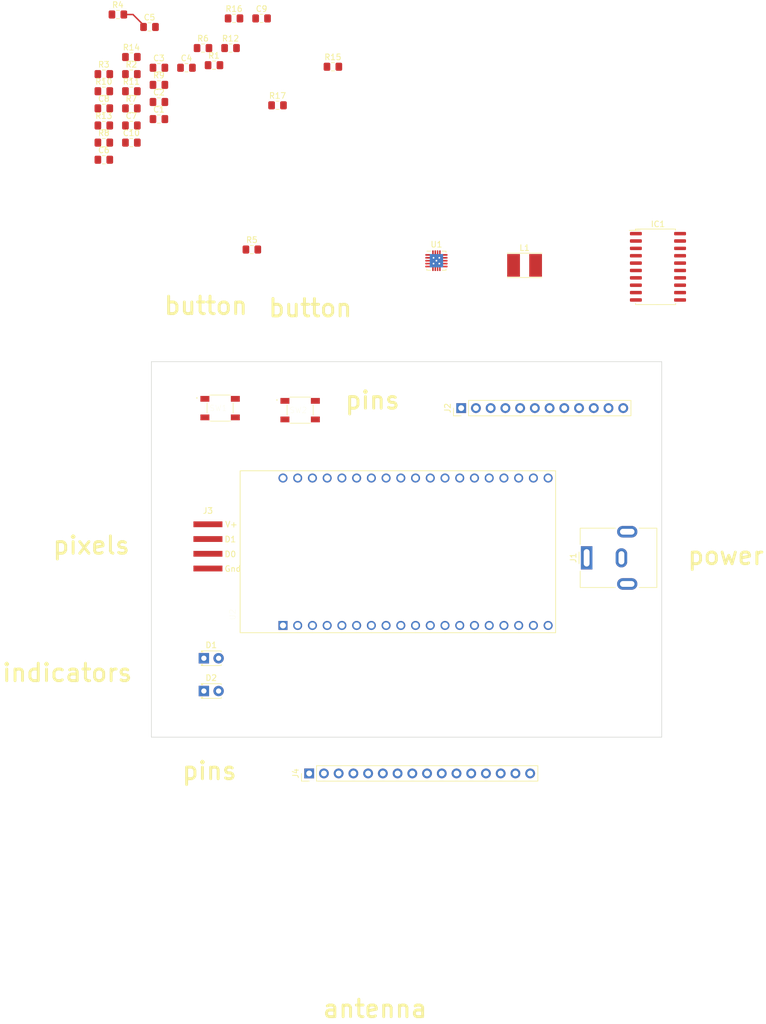
<source format=kicad_pcb>
(kicad_pcb (version 20200119) (host pcbnew "(5.99.0-1157-ga17a78e42)")

  (general
    (thickness 1.6)
    (drawings 12)
    (tracks 3)
    (modules 39)
    (nets 63)
  )

  (page "A4")
  (layers
    (0 "F.Cu" signal)
    (31 "B.Cu" signal)
    (34 "B.Paste" user)
    (35 "F.Paste" user)
    (36 "B.SilkS" user)
    (37 "F.SilkS" user)
    (38 "B.Mask" user)
    (39 "F.Mask" user)
    (41 "Cmts.User" user)
    (44 "Edge.Cuts" user)
    (45 "Margin" user)
    (46 "B.CrtYd" user)
    (47 "F.CrtYd" user)
  )

  (setup
    (stackup
      (layer "F.SilkS" (type "Top Silk Screen"))
      (layer "F.Paste" (type "Top Solder Paste"))
      (layer "F.Mask" (type "Top Solder Mask") (color "Green") (thickness 0.01))
      (layer "F.Cu" (type "copper") (thickness 0.035))
      (layer "dielectric 1" (type "core") (thickness 1.51) (material "FR4") (epsilon_r 4.5) (loss_tangent 0.02))
      (layer "B.Cu" (type "copper") (thickness 0.035))
      (layer "B.Mask" (type "Bottom Solder Mask") (color "Green") (thickness 0.01))
      (layer "B.Paste" (type "Bottom Solder Paste"))
      (layer "B.SilkS" (type "Bottom Silk Screen"))
      (copper_finish "None")
      (dielectric_constraints no)
    )
    (last_trace_width 0.254)
    (user_trace_width 0.254)
    (user_trace_width 0.5)
    (user_trace_width 0.75)
    (user_trace_width 1)
    (user_trace_width 1.5)
    (user_trace_width 2)
    (trace_clearance 0.254)
    (zone_clearance 0.508)
    (zone_45_only no)
    (trace_min 0.254)
    (via_size 0.508)
    (via_drill 0.254)
    (via_min_size 0.508)
    (via_min_drill 0.254)
    (uvia_size 0.508)
    (uvia_drill 0.254)
    (uvias_allowed no)
    (uvia_min_size 0.2)
    (uvia_min_drill 0.1)
    (max_error 0.005)
    (defaults
      (edge_clearance 0.01)
      (edge_cuts_line_width 0.05)
      (courtyard_line_width 0.05)
      (copper_line_width 0.2)
      (copper_text_dims (size 1.5 1.5) (thickness 0.3))
      (silk_line_width 0.12)
      (silk_text_dims (size 1 1) (thickness 0.15))
      (other_layers_line_width 0.1)
      (other_layers_text_dims (size 1 1) (thickness 0.15))
      (dimension_units 0)
      (dimension_precision 1)
    )
    (pad_size 4 2.5)
    (pad_drill 0)
    (pad_to_mask_clearance 0.0508)
    (solder_mask_min_width 0.101)
    (aux_axis_origin 0 0)
    (visible_elements FFFFF77F)
    (pcbplotparams
      (layerselection 0x010f0_ffffffff)
      (usegerberextensions false)
      (usegerberattributes false)
      (usegerberadvancedattributes false)
      (creategerberjobfile false)
      (excludeedgelayer true)
      (linewidth 0.100000)
      (plotframeref false)
      (viasonmask false)
      (mode 1)
      (useauxorigin false)
      (hpglpennumber 1)
      (hpglpenspeed 20)
      (hpglpendiameter 15.000000)
      (psnegative false)
      (psa4output false)
      (plotreference true)
      (plotvalue true)
      (plotinvisibletext false)
      (padsonsilk false)
      (subtractmaskfromsilk false)
      (outputformat 1)
      (mirror false)
      (drillshape 0)
      (scaleselection 1)
      (outputdirectory "gerbers")
    )
  )

  (net 0 "")
  (net 1 "GND")
  (net 2 "+5V")
  (net 3 "Net-(D1-Pad1)")
  (net 4 "Net-(D2-Pad1)")
  (net 5 "Net-(IC1-Pad18)")
  (net 6 "Net-(IC1-Pad17)")
  (net 7 "Net-(IC1-Pad16)")
  (net 8 "Net-(IC1-Pad15)")
  (net 9 "Net-(IC1-Pad14)")
  (net 10 "Net-(IC1-Pad13)")
  (net 11 "Net-(IC1-Pad12)")
  (net 12 "Net-(IC1-Pad11)")
  (net 13 "Net-(C4-Pad1)")
  (net 14 "/L1PB")
  (net 15 "/L1PA")
  (net 16 "+3V3")
  (net 17 "Net-(R2-Pad1)")
  (net 18 "Net-(R4-Pad1)")
  (net 19 "Net-(R9-Pad2)")
  (net 20 "Net-(U2-Pad38)")
  (net 21 "Net-(U2-Pad37)")
  (net 22 "Net-(U2-Pad36)")
  (net 23 "Net-(U2-Pad18)")
  (net 24 "Net-(U2-Pad17)")
  (net 25 "Net-(U2-Pad16)")
  (net 26 "/3-12v")
  (net 27 "/button_2")
  (net 28 "/button_1")
  (net 29 "Net-(C6-Pad1)")
  (net 30 "/pixels_2")
  (net 31 "/pixels_1")
  (net 32 "/pixels_3")
  (net 33 "/pixels_4")
  (net 34 "/pixels_5")
  (net 35 "/pixels_6")
  (net 36 "/pixels_7")
  (net 37 "/pixels_8")
  (net 38 "/level_shift_5")
  (net 39 "/level_shift_6")
  (net 40 "/level_shift_7")
  (net 41 "/level_shift_8")
  (net 42 "/vspi_cs")
  (net 43 "/vspi_clk")
  (net 44 "/vspi_miso")
  (net 45 "/i2c_sda")
  (net 46 "/uart_rx")
  (net 47 "/uart_tx")
  (net 48 "/i2c_scl")
  (net 49 "/vspi_mosi")
  (net 50 "/level_shift_4")
  (net 51 "/level_shift_3")
  (net 52 "/status_led")
  (net 53 "/level_shift_2")
  (net 54 "/level_shift_1")
  (net 55 "/io25")
  (net 56 "Net-(U2-Pad8)")
  (net 57 "Net-(U2-Pad7)")
  (net 58 "/io35")
  (net 59 "/io34")
  (net 60 "/sensor_vn")
  (net 61 "/sensor_vp")
  (net 62 "/en")

  (net_class "Default" "This is the default net class."
    (clearance 0.254)
    (trace_width 0.254)
    (via_dia 0.508)
    (via_drill 0.254)
    (uvia_dia 0.508)
    (uvia_drill 0.254)
    (diff_pair_width 0.254)
    (diff_pair_gap 0.25)
    (add_net "+3V3")
    (add_net "+5V")
    (add_net "/3-12v")
    (add_net "/L1PA")
    (add_net "/L1PB")
    (add_net "/button_1")
    (add_net "/button_2")
    (add_net "/en")
    (add_net "/i2c_scl")
    (add_net "/i2c_sda")
    (add_net "/io25")
    (add_net "/io34")
    (add_net "/io35")
    (add_net "/level_shift_1")
    (add_net "/level_shift_2")
    (add_net "/level_shift_3")
    (add_net "/level_shift_4")
    (add_net "/level_shift_5")
    (add_net "/level_shift_6")
    (add_net "/level_shift_7")
    (add_net "/level_shift_8")
    (add_net "/pixels_1")
    (add_net "/pixels_2")
    (add_net "/pixels_3")
    (add_net "/pixels_4")
    (add_net "/pixels_5")
    (add_net "/pixels_6")
    (add_net "/pixels_7")
    (add_net "/pixels_8")
    (add_net "/sensor_vn")
    (add_net "/sensor_vp")
    (add_net "/status_led")
    (add_net "/uart_rx")
    (add_net "/uart_tx")
    (add_net "/vspi_clk")
    (add_net "/vspi_cs")
    (add_net "/vspi_miso")
    (add_net "/vspi_mosi")
    (add_net "GND")
    (add_net "Net-(C4-Pad1)")
    (add_net "Net-(C6-Pad1)")
    (add_net "Net-(D1-Pad1)")
    (add_net "Net-(D2-Pad1)")
    (add_net "Net-(IC1-Pad11)")
    (add_net "Net-(IC1-Pad12)")
    (add_net "Net-(IC1-Pad13)")
    (add_net "Net-(IC1-Pad14)")
    (add_net "Net-(IC1-Pad15)")
    (add_net "Net-(IC1-Pad16)")
    (add_net "Net-(IC1-Pad17)")
    (add_net "Net-(IC1-Pad18)")
    (add_net "Net-(R2-Pad1)")
    (add_net "Net-(R4-Pad1)")
    (add_net "Net-(R9-Pad2)")
    (add_net "Net-(U2-Pad16)")
    (add_net "Net-(U2-Pad17)")
    (add_net "Net-(U2-Pad18)")
    (add_net "Net-(U2-Pad36)")
    (add_net "Net-(U2-Pad37)")
    (add_net "Net-(U2-Pad38)")
    (add_net "Net-(U2-Pad7)")
    (add_net "Net-(U2-Pad8)")
  )

  (module "ESP32-DEVKITC-32D:MODULE_ESP32-DEVKITC-32D" (layer "F.Cu") (tedit 5E7FDE3E) (tstamp df52fb76-d99f-40f1-9454-570b2a92fab2)
    (at 289.85 297.35 90)
    (path "/00000000-0000-0000-0000-00005e9027ab")
    (fp_text reference "U2" (at -10.829175 -28.446045 90) (layer "F.SilkS")
      (effects (font (size 1.000386 1.000386) (thickness 0.015)))
    )
    (fp_text value "ESP32-DEVKITC-32D" (at 1.24136 28.294535 90) (layer "F.Fab")
      (effects (font (size 1.001047 1.001047) (thickness 0.015)))
    )
    (fp_circle (center -14.6 -19.9) (end -14.46 -19.9) (layer "F.Fab") (width 0.28))
    (fp_circle (center -14.6 -19.9) (end -14.46 -19.9) (layer "F.Fab") (width 0.28))
    (fp_line (start -14.2 27.5) (end -14.2 -27.4) (layer "F.CrtYd") (width 0.05))
    (fp_line (start 14.2 27.5) (end -14.2 27.5) (layer "F.CrtYd") (width 0.05))
    (fp_line (start 14.2 -27.4) (end 14.2 27.5) (layer "F.CrtYd") (width 0.05))
    (fp_line (start -14.2 -27.4) (end 14.2 -27.4) (layer "F.CrtYd") (width 0.05))
    (fp_line (start 13.95 27.25) (end -13.95 27.25) (layer "F.SilkS") (width 0.127))
    (fp_line (start 13.95 -27.15) (end 13.95 27.25) (layer "F.SilkS") (width 0.127))
    (fp_line (start -13.95 -27.15) (end 13.95 -27.15) (layer "F.SilkS") (width 0.127))
    (fp_line (start -13.95 27.25) (end -13.95 -27.15) (layer "F.SilkS") (width 0.127))
    (fp_line (start -13.95 27.25) (end -13.95 -27.15) (layer "F.Fab") (width 0.127))
    (fp_line (start 13.95 27.25) (end -13.95 27.25) (layer "F.Fab") (width 0.127))
    (fp_line (start 13.95 -27.15) (end 13.95 27.25) (layer "F.Fab") (width 0.127))
    (fp_line (start -13.95 -27.15) (end 13.95 -27.15) (layer "F.Fab") (width 0.127))
    (pad "38" thru_hole circle (at 12.7 25.96 90) (size 1.56 1.56) (drill 1.04) (layers *.Cu *.Mask)
      (net 20 "Net-(U2-Pad38)") (tstamp aa850f94-05d1-473a-8faa-057e73478c7f))
    (pad "37" thru_hole circle (at 12.7 23.42 90) (size 1.56 1.56) (drill 1.04) (layers *.Cu *.Mask)
      (net 21 "Net-(U2-Pad37)") (tstamp 5b022644-1d67-410f-a323-9437f652295b))
    (pad "36" thru_hole circle (at 12.7 20.88 90) (size 1.56 1.56) (drill 1.04) (layers *.Cu *.Mask)
      (net 22 "Net-(U2-Pad36)") (tstamp 83025ab8-879c-4f8c-863e-f9de866195ae))
    (pad "35" thru_hole circle (at 12.7 18.34 90) (size 1.56 1.56) (drill 1.04) (layers *.Cu *.Mask)
      (net 28 "/button_1") (tstamp b646ecbc-5ce4-4555-8ffa-4da050936d80))
    (pad "34" thru_hole circle (at 12.7 15.8 90) (size 1.56 1.56) (drill 1.04) (layers *.Cu *.Mask)
      (net 38 "/level_shift_5") (tstamp a1041b1f-a8ed-4e0e-b3ef-b39735f9a3fc))
    (pad "33" thru_hole circle (at 12.7 13.26 90) (size 1.56 1.56) (drill 1.04) (layers *.Cu *.Mask)
      (net 27 "/button_2") (tstamp eb0ab6ce-103e-42f2-9b82-8cad5ce50a43))
    (pad "32" thru_hole circle (at 12.7 10.72 90) (size 1.56 1.56) (drill 1.04) (layers *.Cu *.Mask)
      (net 39 "/level_shift_6") (tstamp f2bb2333-6bcd-4c0d-902a-94cb0b07bce5))
    (pad "31" thru_hole circle (at 12.7 8.18 90) (size 1.56 1.56) (drill 1.04) (layers *.Cu *.Mask)
      (net 40 "/level_shift_7") (tstamp adbf1fe1-26aa-427c-a310-a647f12b163a))
    (pad "30" thru_hole circle (at 12.7 5.64 90) (size 1.56 1.56) (drill 1.04) (layers *.Cu *.Mask)
      (net 41 "/level_shift_8") (tstamp 4d2a3905-b803-4796-b9c9-fda1deb6fcda))
    (pad "29" thru_hole circle (at 12.7 3.1 90) (size 1.56 1.56) (drill 1.04) (layers *.Cu *.Mask)
      (net 42 "/vspi_cs") (tstamp 5ce369ca-ed46-4ad2-b1e6-42752730986a))
    (pad "28" thru_hole circle (at 12.7 0.56 90) (size 1.56 1.56) (drill 1.04) (layers *.Cu *.Mask)
      (net 43 "/vspi_clk") (tstamp 4e7a731e-4a16-4039-a646-e49ba503ce94))
    (pad "27" thru_hole circle (at 12.7 -1.98 90) (size 1.56 1.56) (drill 1.04) (layers *.Cu *.Mask)
      (net 44 "/vspi_miso") (tstamp 0d12b08e-fe6b-4504-bbae-5cf672278208))
    (pad "26" thru_hole circle (at 12.7 -4.52 90) (size 1.56 1.56) (drill 1.04) (layers *.Cu *.Mask)
      (net 1 "GND") (tstamp 1abb45da-015a-4671-8041-569046ea0745))
    (pad "25" thru_hole circle (at 12.7 -7.06 90) (size 1.56 1.56) (drill 1.04) (layers *.Cu *.Mask)
      (net 45 "/i2c_sda") (tstamp 8e126bd0-2ca6-46a1-83c8-5d777e00da09))
    (pad "24" thru_hole circle (at 12.7 -9.6 90) (size 1.56 1.56) (drill 1.04) (layers *.Cu *.Mask)
      (net 46 "/uart_rx") (tstamp 01ec8c2d-2184-4f2b-a35f-3fb97b5de47d))
    (pad "23" thru_hole circle (at 12.7 -12.14 90) (size 1.56 1.56) (drill 1.04) (layers *.Cu *.Mask)
      (net 47 "/uart_tx") (tstamp adc907ee-80b5-4fe7-880c-cf84b9996f9b))
    (pad "22" thru_hole circle (at 12.7 -14.68 90) (size 1.56 1.56) (drill 1.04) (layers *.Cu *.Mask)
      (net 48 "/i2c_scl") (tstamp 32b08708-ad4f-426d-8d21-6aea33dfeeb0))
    (pad "21" thru_hole circle (at 12.7 -17.22 90) (size 1.56 1.56) (drill 1.04) (layers *.Cu *.Mask)
      (net 49 "/vspi_mosi") (tstamp 79b942f5-ad74-40f0-943e-0d3c5a03ebb4))
    (pad "20" thru_hole circle (at 12.7 -19.76 90) (size 1.56 1.56) (drill 1.04) (layers *.Cu *.Mask)
      (net 1 "GND") (tstamp d96467e1-dc02-4a3c-b458-b63697da0881))
    (pad "18" thru_hole circle (at -12.7 23.42 90) (size 1.56 1.56) (drill 1.04) (layers *.Cu *.Mask)
      (net 23 "Net-(U2-Pad18)") (tstamp 4ddf22dc-dce4-487a-a14e-fda91763237d))
    (pad "17" thru_hole circle (at -12.7 20.88 90) (size 1.56 1.56) (drill 1.04) (layers *.Cu *.Mask)
      (net 24 "Net-(U2-Pad17)") (tstamp 88016659-93c8-40f8-bb60-3f18dc9b6e8e))
    (pad "16" thru_hole circle (at -12.7 18.34 90) (size 1.56 1.56) (drill 1.04) (layers *.Cu *.Mask)
      (net 25 "Net-(U2-Pad16)") (tstamp 03f68d9d-f1f9-4af1-84fa-701c697b9fb7))
    (pad "15" thru_hole circle (at -12.7 15.8 90) (size 1.56 1.56) (drill 1.04) (layers *.Cu *.Mask)
      (net 50 "/level_shift_4") (tstamp fc2f1838-5613-4f9d-a2fd-2af8dac14a40))
    (pad "14" thru_hole circle (at -12.7 13.26 90) (size 1.56 1.56) (drill 1.04) (layers *.Cu *.Mask)
      (net 1 "GND") (tstamp 4432faf1-8daf-46da-ab98-be3a40322ac2))
    (pad "13" thru_hole circle (at -12.7 10.72 90) (size 1.56 1.56) (drill 1.04) (layers *.Cu *.Mask)
      (net 51 "/level_shift_3") (tstamp f15ab1e7-2c0e-427d-8a9a-7f9c07042254))
    (pad "12" thru_hole circle (at -12.7 8.18 90) (size 1.56 1.56) (drill 1.04) (layers *.Cu *.Mask)
      (net 52 "/status_led") (tstamp d62f1ffc-d0f6-4705-bc34-144999e0dfab))
    (pad "11" thru_hole circle (at -12.7 5.64 90) (size 1.56 1.56) (drill 1.04) (layers *.Cu *.Mask)
      (net 53 "/level_shift_2") (tstamp cf25263a-18cb-4023-a11c-46e1523fa818))
    (pad "10" thru_hole circle (at -12.7 3.1 90) (size 1.56 1.56) (drill 1.04) (layers *.Cu *.Mask)
      (net 54 "/level_shift_1") (tstamp 4ed3e68e-d408-4d81-8f4a-79d4073f13fc))
    (pad "9" thru_hole circle (at -12.7 0.56 90) (size 1.56 1.56) (drill 1.04) (layers *.Cu *.Mask)
      (net 55 "/io25") (tstamp e9d39515-7263-4ac3-a618-35c9f60387d1))
    (pad "8" thru_hole circle (at -12.7 -1.98 90) (size 1.56 1.56) (drill 1.04) (layers *.Cu *.Mask)
      (net 56 "Net-(U2-Pad8)") (tstamp d4d38878-c0fd-486c-8639-e06dc1b3e8bf))
    (pad "7" thru_hole circle (at -12.7 -4.52 90) (size 1.56 1.56) (drill 1.04) (layers *.Cu *.Mask)
      (net 57 "Net-(U2-Pad7)") (tstamp 81a3b37d-b3d5-4497-8da9-e3078668cec8))
    (pad "6" thru_hole circle (at -12.7 -7.06 90) (size 1.56 1.56) (drill 1.04) (layers *.Cu *.Mask)
      (net 58 "/io35") (tstamp 572e7491-3ac8-4f7e-87f3-8f4d3319e7dd))
    (pad "5" thru_hole circle (at -12.7 -9.6 90) (size 1.56 1.56) (drill 1.04) (layers *.Cu *.Mask)
      (net 59 "/io34") (tstamp 397c742e-360c-47e4-aa72-02ffec46cca6))
    (pad "4" thru_hole circle (at -12.7 -12.14 90) (size 1.56 1.56) (drill 1.04) (layers *.Cu *.Mask)
      (net 60 "/sensor_vn") (tstamp 33bd4412-0059-484b-8f04-8211b6bf7ccb))
    (pad "3" thru_hole circle (at -12.7 -14.68 90) (size 1.56 1.56) (drill 1.04) (layers *.Cu *.Mask)
      (net 61 "/sensor_vp") (tstamp 2bee1689-1f64-4de3-8f1a-5ba2b901a02b))
    (pad "19" thru_hole circle (at -12.7 25.96 90) (size 1.56 1.56) (drill 1.04) (layers *.Cu *.Mask)
      (net 2 "+5V") (tstamp 92a4ff00-6aa8-4a65-8497-baa491cedaa9))
    (pad "2" thru_hole circle (at -12.7 -17.22 90) (size 1.56 1.56) (drill 1.04) (layers *.Cu *.Mask)
      (net 62 "/en") (tstamp a48394d1-0082-4bdb-8156-50452f103e6d))
    (pad "1" thru_hole rect (at -12.7 -19.76 90) (size 1.56 1.56) (drill 1.04) (layers *.Cu *.Mask)
      (net 16 "+3V3") (tstamp 2b6bd115-64e9-4c62-b67f-3a53471b3138))
  )

  (module "PTS 647:PTS647SK38SMTR2LFS" (layer "F.Cu") (tedit 5F44389D) (tstamp 41f02401-7827-4dd7-a64d-b9101676aa28)
    (at 273.05 272.95)
    (descr "<b>PTS647SK38SMTR2LFS-2</b><br>")
    (path "/00000000-0000-0000-0000-00005e8eb38f")
    (fp_text reference "SW2" (at -0.325 0) (layer "F.SilkS")
      (effects (font (size 1 1) (thickness 0.015)))
    )
    (fp_text value "SW_MEC_5G" (at -0.325 0) (layer "F.Fab")
      (effects (font (size 1 1) (thickness 0.015)))
    )
    (fp_arc (start -4 -1.75) (end -4 -1.8) (angle 180) (layer "F.SilkS") (width 0.1))
    (fp_line (start -4 -1.7) (end -4 -1.7) (layer "F.SilkS") (width 0.1))
    (fp_arc (start -4 -1.75) (end -4 -1.7) (angle 180) (layer "F.SilkS") (width 0.1))
    (fp_line (start -4 -1.8) (end -4 -1.8) (layer "F.SilkS") (width 0.1))
    (fp_line (start -1.8 2.25) (end 1.8 2.25) (layer "F.SilkS") (width 0.1))
    (fp_line (start 2.25 -0.9) (end 2.25 0.9) (layer "F.SilkS") (width 0.1))
    (fp_line (start -2.25 -0.9) (end -2.25 0.9) (layer "F.SilkS") (width 0.1))
    (fp_line (start -1.8 -2.25) (end 1.8 -2.25) (layer "F.SilkS") (width 0.1))
    (fp_line (start -5.05 3.25) (end -5.05 -3.25) (layer "F.Fab") (width 0.1))
    (fp_line (start 4.4 3.25) (end -5.05 3.25) (layer "F.Fab") (width 0.1))
    (fp_line (start 4.4 -3.25) (end 4.4 3.25) (layer "F.Fab") (width 0.1))
    (fp_line (start -5.05 -3.25) (end 4.4 -3.25) (layer "F.Fab") (width 0.1))
    (fp_line (start -2.25 2.25) (end -2.25 -2.25) (layer "F.Fab") (width 0.2))
    (fp_line (start 2.25 2.25) (end -2.25 2.25) (layer "F.Fab") (width 0.2))
    (fp_line (start 2.25 -2.25) (end 2.25 2.25) (layer "F.Fab") (width 0.2))
    (fp_line (start -2.25 -2.25) (end 2.25 -2.25) (layer "F.Fab") (width 0.2))
    (pad "4" smd rect (at 2.625 1.6) (size 1.55 1) (layers "F.Cu" "F.Paste" "F.Mask")
      (net 18 "Net-(R4-Pad1)") (tstamp 5194c8b9-1c71-47f3-94a9-09a754a473c9))
    (pad "3" smd rect (at -2.625 1.6) (size 1.55 1) (layers "F.Cu" "F.Paste" "F.Mask")
      (net 18 "Net-(R4-Pad1)") (tstamp debe5f1e-e116-4501-8c19-176058450d3c))
    (pad "2" smd rect (at 2.625 -1.6) (size 1.55 1) (layers "F.Cu" "F.Paste" "F.Mask")
      (net 1 "GND") (tstamp 9d8b1a16-5626-4b05-90a6-cb3f91fe07ca))
    (pad "1" smd rect (at -2.625 -1.6) (size 1.55 1) (layers "F.Cu" "F.Paste" "F.Mask")
      (net 1 "GND") (tstamp a1d7af8a-1cd1-4ca8-99d5-54ffe38d9754))
  )

  (module "PTS 647:PTS647SK38SMTR2LFS" (layer "F.Cu") (tedit 5F44389D) (tstamp 83683ba6-4485-4002-b6f6-3331b40a2797)
    (at 259.25 272.6)
    (descr "<b>PTS647SK38SMTR2LFS-2</b><br>")
    (path "/00000000-0000-0000-0000-00005e909fe3")
    (fp_text reference "SW1" (at -0.325 0) (layer "F.SilkS")
      (effects (font (size 1 1) (thickness 0.015)))
    )
    (fp_text value "SW_MEC_5G" (at -0.325 0) (layer "F.Fab")
      (effects (font (size 1 1) (thickness 0.015)))
    )
    (fp_arc (start -4 -1.75) (end -4 -1.8) (angle 180) (layer "F.SilkS") (width 0.1))
    (fp_line (start -4 -1.7) (end -4 -1.7) (layer "F.SilkS") (width 0.1))
    (fp_arc (start -4 -1.75) (end -4 -1.7) (angle 180) (layer "F.SilkS") (width 0.1))
    (fp_line (start -4 -1.8) (end -4 -1.8) (layer "F.SilkS") (width 0.1))
    (fp_line (start -1.8 2.25) (end 1.8 2.25) (layer "F.SilkS") (width 0.1))
    (fp_line (start 2.25 -0.9) (end 2.25 0.9) (layer "F.SilkS") (width 0.1))
    (fp_line (start -2.25 -0.9) (end -2.25 0.9) (layer "F.SilkS") (width 0.1))
    (fp_line (start -1.8 -2.25) (end 1.8 -2.25) (layer "F.SilkS") (width 0.1))
    (fp_line (start -5.05 3.25) (end -5.05 -3.25) (layer "F.Fab") (width 0.1))
    (fp_line (start 4.4 3.25) (end -5.05 3.25) (layer "F.Fab") (width 0.1))
    (fp_line (start 4.4 -3.25) (end 4.4 3.25) (layer "F.Fab") (width 0.1))
    (fp_line (start -5.05 -3.25) (end 4.4 -3.25) (layer "F.Fab") (width 0.1))
    (fp_line (start -2.25 2.25) (end -2.25 -2.25) (layer "F.Fab") (width 0.2))
    (fp_line (start 2.25 2.25) (end -2.25 2.25) (layer "F.Fab") (width 0.2))
    (fp_line (start 2.25 -2.25) (end 2.25 2.25) (layer "F.Fab") (width 0.2))
    (fp_line (start -2.25 -2.25) (end 2.25 -2.25) (layer "F.Fab") (width 0.2))
    (pad "4" smd rect (at 2.625 1.6) (size 1.55 1) (layers "F.Cu" "F.Paste" "F.Mask")
      (net 17 "Net-(R2-Pad1)") (tstamp 5194c8b9-1c71-47f3-94a9-09a754a473c9))
    (pad "3" smd rect (at -2.625 1.6) (size 1.55 1) (layers "F.Cu" "F.Paste" "F.Mask")
      (net 17 "Net-(R2-Pad1)") (tstamp debe5f1e-e116-4501-8c19-176058450d3c))
    (pad "2" smd rect (at 2.625 -1.6) (size 1.55 1) (layers "F.Cu" "F.Paste" "F.Mask")
      (net 1 "GND") (tstamp 9d8b1a16-5626-4b05-90a6-cb3f91fe07ca))
    (pad "1" smd rect (at -2.625 -1.6) (size 1.55 1) (layers "F.Cu" "F.Paste" "F.Mask")
      (net 1 "GND") (tstamp a1d7af8a-1cd1-4ca8-99d5-54ffe38d9754))
  )

  (module "LED_THT:LED_D1.8mm_W3.3mm_H2.4mm" (layer "F.Cu") (tedit 5880A862) (tstamp 11162649-2552-48e8-8ec6-0c2f7f34efa4)
    (at 256.45 321.35)
    (descr "LED, Round,  Rectangular size 3.3x2.4mm^2 diameter 1.8mm, 2 pins")
    (tags "LED Round  Rectangular size 3.3x2.4mm^2 diameter 1.8mm 2 pins")
    (path "/00000000-0000-0000-0000-00005f2bf2bb")
    (fp_text reference "D2" (at 1.27 -2.26) (layer "F.SilkS")
      (effects (font (size 1 1) (thickness 0.15)))
    )
    (fp_text value "Green LED" (at 1.27 2.26) (layer "F.Fab")
      (effects (font (size 1 1) (thickness 0.15)))
    )
    (fp_circle (center 1.27 0) (end 2.17 0) (layer "F.Fab") (width 0.1))
    (fp_line (start -0.38 -1.2) (end -0.38 1.2) (layer "F.Fab") (width 0.1))
    (fp_line (start -0.38 1.2) (end 2.92 1.2) (layer "F.Fab") (width 0.1))
    (fp_line (start 2.92 1.2) (end 2.92 -1.2) (layer "F.Fab") (width 0.1))
    (fp_line (start 2.92 -1.2) (end -0.38 -1.2) (layer "F.Fab") (width 0.1))
    (fp_line (start -0.44 -1.26) (end 2.98 -1.26) (layer "F.SilkS") (width 0.12))
    (fp_line (start -0.44 1.26) (end 2.98 1.26) (layer "F.SilkS") (width 0.12))
    (fp_line (start -0.44 -1.26) (end -0.44 -1.08) (layer "F.SilkS") (width 0.12))
    (fp_line (start -0.44 1.08) (end -0.44 1.26) (layer "F.SilkS") (width 0.12))
    (fp_line (start 2.98 -1.26) (end 2.98 -1.095) (layer "F.SilkS") (width 0.12))
    (fp_line (start 2.98 1.095) (end 2.98 1.26) (layer "F.SilkS") (width 0.12))
    (fp_line (start -0.32 -1.26) (end -0.32 -1.08) (layer "F.SilkS") (width 0.12))
    (fp_line (start -0.32 1.08) (end -0.32 1.26) (layer "F.SilkS") (width 0.12))
    (fp_line (start -0.2 -1.26) (end -0.2 -1.08) (layer "F.SilkS") (width 0.12))
    (fp_line (start -0.2 1.08) (end -0.2 1.26) (layer "F.SilkS") (width 0.12))
    (fp_line (start -1.15 -1.55) (end -1.15 1.55) (layer "F.CrtYd") (width 0.05))
    (fp_line (start -1.15 1.55) (end 3.7 1.55) (layer "F.CrtYd") (width 0.05))
    (fp_line (start 3.7 1.55) (end 3.7 -1.55) (layer "F.CrtYd") (width 0.05))
    (fp_line (start 3.7 -1.55) (end -1.15 -1.55) (layer "F.CrtYd") (width 0.05))
    (pad "2" thru_hole circle (at 2.54 0) (size 1.8 1.8) (drill 0.9) (layers *.Cu *.Mask)
      (net 52 "/status_led") (tstamp 4bccea27-763a-46d4-80b4-9112e53bb1d3))
    (pad "1" thru_hole rect (at 0 0) (size 1.8 1.8) (drill 0.9) (layers *.Cu *.Mask)
      (net 4 "Net-(D2-Pad1)") (tstamp a020b983-13c0-49c5-92e6-ce1f95ece73c))
    (model "${KISYS3DMOD}/LED_THT.3dshapes/LED_D1.8mm_W3.3mm_H2.4mm.wrl"
      (at (xyz 0 0 0))
      (scale (xyz 1 1 1))
      (rotate (xyz 0 0 0))
    )
  )

  (module "LED_THT:LED_D1.8mm_W3.3mm_H2.4mm" (layer "F.Cu") (tedit 5880A862) (tstamp 5454b550-bbff-4ad7-a48b-fd4e2849ccf5)
    (at 256.45 315.7)
    (descr "LED, Round,  Rectangular size 3.3x2.4mm^2 diameter 1.8mm, 2 pins")
    (tags "LED Round  Rectangular size 3.3x2.4mm^2 diameter 1.8mm 2 pins")
    (path "/00000000-0000-0000-0000-00005f1f3fff")
    (fp_text reference "D1" (at 1.27 -2.26) (layer "F.SilkS")
      (effects (font (size 1 1) (thickness 0.15)))
    )
    (fp_text value "Red LED" (at 1.27 2.26) (layer "F.Fab")
      (effects (font (size 1 1) (thickness 0.15)))
    )
    (fp_circle (center 1.27 0) (end 2.17 0) (layer "F.Fab") (width 0.1))
    (fp_line (start -0.38 -1.2) (end -0.38 1.2) (layer "F.Fab") (width 0.1))
    (fp_line (start -0.38 1.2) (end 2.92 1.2) (layer "F.Fab") (width 0.1))
    (fp_line (start 2.92 1.2) (end 2.92 -1.2) (layer "F.Fab") (width 0.1))
    (fp_line (start 2.92 -1.2) (end -0.38 -1.2) (layer "F.Fab") (width 0.1))
    (fp_line (start -0.44 -1.26) (end 2.98 -1.26) (layer "F.SilkS") (width 0.12))
    (fp_line (start -0.44 1.26) (end 2.98 1.26) (layer "F.SilkS") (width 0.12))
    (fp_line (start -0.44 -1.26) (end -0.44 -1.08) (layer "F.SilkS") (width 0.12))
    (fp_line (start -0.44 1.08) (end -0.44 1.26) (layer "F.SilkS") (width 0.12))
    (fp_line (start 2.98 -1.26) (end 2.98 -1.095) (layer "F.SilkS") (width 0.12))
    (fp_line (start 2.98 1.095) (end 2.98 1.26) (layer "F.SilkS") (width 0.12))
    (fp_line (start -0.32 -1.26) (end -0.32 -1.08) (layer "F.SilkS") (width 0.12))
    (fp_line (start -0.32 1.08) (end -0.32 1.26) (layer "F.SilkS") (width 0.12))
    (fp_line (start -0.2 -1.26) (end -0.2 -1.08) (layer "F.SilkS") (width 0.12))
    (fp_line (start -0.2 1.08) (end -0.2 1.26) (layer "F.SilkS") (width 0.12))
    (fp_line (start -1.15 -1.55) (end -1.15 1.55) (layer "F.CrtYd") (width 0.05))
    (fp_line (start -1.15 1.55) (end 3.7 1.55) (layer "F.CrtYd") (width 0.05))
    (fp_line (start 3.7 1.55) (end 3.7 -1.55) (layer "F.CrtYd") (width 0.05))
    (fp_line (start 3.7 -1.55) (end -1.15 -1.55) (layer "F.CrtYd") (width 0.05))
    (pad "2" thru_hole circle (at 2.54 0) (size 1.8 1.8) (drill 0.9) (layers *.Cu *.Mask)
      (net 16 "+3V3") (tstamp 4bccea27-763a-46d4-80b4-9112e53bb1d3))
    (pad "1" thru_hole rect (at 0 0) (size 1.8 1.8) (drill 0.9) (layers *.Cu *.Mask)
      (net 3 "Net-(D1-Pad1)") (tstamp a020b983-13c0-49c5-92e6-ce1f95ece73c))
    (model "${KISYS3DMOD}/LED_THT.3dshapes/LED_D1.8mm_W3.3mm_H2.4mm.wrl"
      (at (xyz 0 0 0))
      (scale (xyz 1 1 1))
      (rotate (xyz 0 0 0))
    )
  )

  (module "Connector_PinHeader_2.54mm:PinHeader_1x16_P2.54mm_Vertical" (layer "F.Cu") (tedit 59FED5CC) (tstamp 12de82f5-1a41-491c-acdd-4232e8b75480)
    (at 274.61 335.55 90)
    (descr "Through hole straight pin header, 1x16, 2.54mm pitch, single row")
    (tags "Through hole pin header THT 1x16 2.54mm single row")
    (path "/00000000-0000-0000-0000-00005f4f3c58")
    (fp_text reference "J4" (at 0 -2.33 90) (layer "F.SilkS")
      (effects (font (size 1 1) (thickness 0.15)))
    )
    (fp_text value "Conn_01x16" (at 0 40.43 90) (layer "F.Fab")
      (effects (font (size 1 1) (thickness 0.15)))
    )
    (fp_text user "%R" (at 0 19.05) (layer "F.Fab")
      (effects (font (size 1 1) (thickness 0.15)))
    )
    (fp_line (start 1.8 -1.8) (end -1.8 -1.8) (layer "F.CrtYd") (width 0.05))
    (fp_line (start 1.8 39.9) (end 1.8 -1.8) (layer "F.CrtYd") (width 0.05))
    (fp_line (start -1.8 39.9) (end 1.8 39.9) (layer "F.CrtYd") (width 0.05))
    (fp_line (start -1.8 -1.8) (end -1.8 39.9) (layer "F.CrtYd") (width 0.05))
    (fp_line (start -1.33 -1.33) (end 0 -1.33) (layer "F.SilkS") (width 0.12))
    (fp_line (start -1.33 0) (end -1.33 -1.33) (layer "F.SilkS") (width 0.12))
    (fp_line (start -1.33 1.27) (end 1.33 1.27) (layer "F.SilkS") (width 0.12))
    (fp_line (start 1.33 1.27) (end 1.33 39.43) (layer "F.SilkS") (width 0.12))
    (fp_line (start -1.33 1.27) (end -1.33 39.43) (layer "F.SilkS") (width 0.12))
    (fp_line (start -1.33 39.43) (end 1.33 39.43) (layer "F.SilkS") (width 0.12))
    (fp_line (start -1.27 -0.635) (end -0.635 -1.27) (layer "F.Fab") (width 0.1))
    (fp_line (start -1.27 39.37) (end -1.27 -0.635) (layer "F.Fab") (width 0.1))
    (fp_line (start 1.27 39.37) (end -1.27 39.37) (layer "F.Fab") (width 0.1))
    (fp_line (start 1.27 -1.27) (end 1.27 39.37) (layer "F.Fab") (width 0.1))
    (fp_line (start -0.635 -1.27) (end 1.27 -1.27) (layer "F.Fab") (width 0.1))
    (pad "16" thru_hole oval (at 0 38.1 90) (size 1.7 1.7) (drill 1) (layers *.Cu *.Mask)
      (net 26 "/3-12v") (tstamp 9553735d-83c4-472a-bd5a-e165bb63aac6))
    (pad "15" thru_hole oval (at 0 35.56 90) (size 1.7 1.7) (drill 1) (layers *.Cu *.Mask)
      (net 42 "/vspi_cs") (tstamp 1e6ad771-2b6e-4ab2-afaa-2137f173027a))
    (pad "14" thru_hole oval (at 0 33.02 90) (size 1.7 1.7) (drill 1) (layers *.Cu *.Mask)
      (net 43 "/vspi_clk") (tstamp 87ef8fd8-b289-4075-a777-5f80d386642e))
    (pad "13" thru_hole oval (at 0 30.48 90) (size 1.7 1.7) (drill 1) (layers *.Cu *.Mask)
      (net 44 "/vspi_miso") (tstamp 45ca4375-f4a8-49ab-b930-f345cabbfa36))
    (pad "12" thru_hole oval (at 0 27.94 90) (size 1.7 1.7) (drill 1) (layers *.Cu *.Mask)
      (net 49 "/vspi_mosi") (tstamp 94beda5d-0dc5-4b4e-9782-9068d5331e94))
    (pad "11" thru_hole oval (at 0 25.4 90) (size 1.7 1.7) (drill 1) (layers *.Cu *.Mask)
      (net 46 "/uart_rx") (tstamp b259d4e3-903c-42ba-9992-186ac67fcda1))
    (pad "10" thru_hole oval (at 0 22.86 90) (size 1.7 1.7) (drill 1) (layers *.Cu *.Mask)
      (net 47 "/uart_tx") (tstamp d575f756-6636-46af-970e-a601e478aca2))
    (pad "9" thru_hole oval (at 0 20.32 90) (size 1.7 1.7) (drill 1) (layers *.Cu *.Mask)
      (net 55 "/io25") (tstamp f791a0eb-0f49-46ea-8165-05f96de7c212))
    (pad "8" thru_hole oval (at 0 17.78 90) (size 1.7 1.7) (drill 1) (layers *.Cu *.Mask)
      (net 58 "/io35") (tstamp 5f3fd09d-bef9-4c15-b146-75351de7f574))
    (pad "7" thru_hole oval (at 0 15.24 90) (size 1.7 1.7) (drill 1) (layers *.Cu *.Mask)
      (net 59 "/io34") (tstamp cb14670b-3d33-419c-9d79-337016130e81))
    (pad "6" thru_hole oval (at 0 12.7 90) (size 1.7 1.7) (drill 1) (layers *.Cu *.Mask)
      (net 60 "/sensor_vn") (tstamp 139abce7-4451-4bd0-a2c8-03d9b73779b1))
    (pad "5" thru_hole oval (at 0 10.16 90) (size 1.7 1.7) (drill 1) (layers *.Cu *.Mask)
      (net 61 "/sensor_vp") (tstamp e9f69073-3924-4f3e-a8f2-90843fb927db))
    (pad "4" thru_hole oval (at 0 7.62 90) (size 1.7 1.7) (drill 1) (layers *.Cu *.Mask)
      (net 48 "/i2c_scl") (tstamp 6f172883-d36d-4f9e-8a60-0622cfe746c9))
    (pad "3" thru_hole oval (at 0 5.08 90) (size 1.7 1.7) (drill 1) (layers *.Cu *.Mask)
      (net 45 "/i2c_sda") (tstamp c30c6c6a-f462-4566-954e-127bd9e2f0ba))
    (pad "2" thru_hole oval (at 0 2.54 90) (size 1.7 1.7) (drill 1) (layers *.Cu *.Mask)
      (net 1 "GND") (tstamp 1afdf2bc-0ac1-47d6-b2b9-10c63c8caec1))
    (pad "1" thru_hole rect (at 0 0 90) (size 1.7 1.7) (drill 1) (layers *.Cu *.Mask)
      (net 16 "+3V3") (tstamp bdb6e94c-11ce-4a7e-8bc7-73072af6ae4b))
    (model "${KISYS3DMOD}/Connector_PinHeader_2.54mm.3dshapes/PinHeader_1x16_P2.54mm_Vertical.wrl"
      (at (xyz 0 0 0))
      (scale (xyz 1 1 1))
      (rotate (xyz 0 0 0))
    )
  )

  (module "Connector_PinHeader_2.54mm:PinHeader_1x12_P2.54mm_Vertical" (layer "F.Cu") (tedit 59FED5CC) (tstamp 7da470ac-b5e9-4c3e-ba4b-2316eb7377d8)
    (at 300.82 272.6 90)
    (descr "Through hole straight pin header, 1x12, 2.54mm pitch, single row")
    (tags "Through hole pin header THT 1x12 2.54mm single row")
    (path "/00000000-0000-0000-0000-00005f4f1eda")
    (fp_text reference "J2" (at 0 -2.33 90) (layer "F.SilkS")
      (effects (font (size 1 1) (thickness 0.15)))
    )
    (fp_text value "Conn_01x12" (at 0 30.27 90) (layer "F.Fab")
      (effects (font (size 1 1) (thickness 0.15)))
    )
    (fp_text user "%R" (at 0 13.97) (layer "F.Fab")
      (effects (font (size 1 1) (thickness 0.15)))
    )
    (fp_line (start 1.8 -1.8) (end -1.8 -1.8) (layer "F.CrtYd") (width 0.05))
    (fp_line (start 1.8 29.75) (end 1.8 -1.8) (layer "F.CrtYd") (width 0.05))
    (fp_line (start -1.8 29.75) (end 1.8 29.75) (layer "F.CrtYd") (width 0.05))
    (fp_line (start -1.8 -1.8) (end -1.8 29.75) (layer "F.CrtYd") (width 0.05))
    (fp_line (start -1.33 -1.33) (end 0 -1.33) (layer "F.SilkS") (width 0.12))
    (fp_line (start -1.33 0) (end -1.33 -1.33) (layer "F.SilkS") (width 0.12))
    (fp_line (start -1.33 1.27) (end 1.33 1.27) (layer "F.SilkS") (width 0.12))
    (fp_line (start 1.33 1.27) (end 1.33 29.27) (layer "F.SilkS") (width 0.12))
    (fp_line (start -1.33 1.27) (end -1.33 29.27) (layer "F.SilkS") (width 0.12))
    (fp_line (start -1.33 29.27) (end 1.33 29.27) (layer "F.SilkS") (width 0.12))
    (fp_line (start -1.27 -0.635) (end -0.635 -1.27) (layer "F.Fab") (width 0.1))
    (fp_line (start -1.27 29.21) (end -1.27 -0.635) (layer "F.Fab") (width 0.1))
    (fp_line (start 1.27 29.21) (end -1.27 29.21) (layer "F.Fab") (width 0.1))
    (fp_line (start 1.27 -1.27) (end 1.27 29.21) (layer "F.Fab") (width 0.1))
    (fp_line (start -0.635 -1.27) (end 1.27 -1.27) (layer "F.Fab") (width 0.1))
    (pad "12" thru_hole oval (at 0 27.94 90) (size 1.7 1.7) (drill 1) (layers *.Cu *.Mask)
      (net 62 "/en") (tstamp 51e8bc6d-ee8d-4e17-86c9-b46a940148cd))
    (pad "11" thru_hole oval (at 0 25.4 90) (size 1.7 1.7) (drill 1) (layers *.Cu *.Mask)
      (net 2 "+5V") (tstamp 22d931b3-b96b-425b-81df-33b95f089661))
    (pad "10" thru_hole oval (at 0 22.86 90) (size 1.7 1.7) (drill 1) (layers *.Cu *.Mask)
      (net 1 "GND") (tstamp f073380a-7083-4d30-be8d-fb8eff2a80c0))
    (pad "9" thru_hole oval (at 0 20.32 90) (size 1.7 1.7) (drill 1) (layers *.Cu *.Mask)
      (net 37 "/pixels_8") (tstamp b4bf8951-87f8-4cde-ae1f-4c1c10a2d873))
    (pad "8" thru_hole oval (at 0 17.78 90) (size 1.7 1.7) (drill 1) (layers *.Cu *.Mask)
      (net 36 "/pixels_7") (tstamp 7816fa4a-583d-4b7f-9460-19f5e0e36476))
    (pad "7" thru_hole oval (at 0 15.24 90) (size 1.7 1.7) (drill 1) (layers *.Cu *.Mask)
      (net 35 "/pixels_6") (tstamp d3278874-e548-427f-92e7-6d368d7c6ded))
    (pad "6" thru_hole oval (at 0 12.7 90) (size 1.7 1.7) (drill 1) (layers *.Cu *.Mask)
      (net 34 "/pixels_5") (tstamp 3abd79ec-1ef6-43fd-9394-6a11eb2507fd))
    (pad "5" thru_hole oval (at 0 10.16 90) (size 1.7 1.7) (drill 1) (layers *.Cu *.Mask)
      (net 33 "/pixels_4") (tstamp e7ad34ca-95fa-46f7-ad57-2fdc907daa70))
    (pad "4" thru_hole oval (at 0 7.62 90) (size 1.7 1.7) (drill 1) (layers *.Cu *.Mask)
      (net 32 "/pixels_3") (tstamp 94e04619-82cb-438d-a4eb-e09e9bb18b3a))
    (pad "3" thru_hole oval (at 0 5.08 90) (size 1.7 1.7) (drill 1) (layers *.Cu *.Mask)
      (net 30 "/pixels_2") (tstamp b9461004-5df0-4c57-b9c7-060849e68dc5))
    (pad "2" thru_hole oval (at 0 2.54 90) (size 1.7 1.7) (drill 1) (layers *.Cu *.Mask)
      (net 31 "/pixels_1") (tstamp 5c20cd87-4c54-4ba5-bb66-41fc6b782517))
    (pad "1" thru_hole rect (at 0 0 90) (size 1.7 1.7) (drill 1) (layers *.Cu *.Mask)
      (net 1 "GND") (tstamp a01cd8a1-43ea-4b39-9300-4c793b0b46f5))
    (model "${KISYS3DMOD}/Connector_PinHeader_2.54mm.3dshapes/PinHeader_1x12_P2.54mm_Vertical.wrl"
      (at (xyz 0 0 0))
      (scale (xyz 1 1 1))
      (rotate (xyz 0 0 0))
    )
  )

  (module "74HCT245:SOIC-20W_7.5x10.0mm_P1.27mm" (layer "F.Cu") (tedit 5E8BC843) (tstamp e7a2721e-13f6-493e-b854-b94381a6ba0f)
    (at 334.75 248.25)
    (descr "SOIC, 20 Pin (JEDEC MS-013AC, https://www.analog.com/media/en/package-pcb-resources/package/233848rw_20.pdf), generated with kicad-footprint-generator ipc_gullwing_generator.py")
    (tags "SOIC SO")
    (path "/00000000-0000-0000-0000-00005e984fa4")
    (attr smd)
    (fp_text reference "IC1" (at 0 -7.35) (layer "F.SilkS")
      (effects (font (size 1 1) (thickness 0.15)))
    )
    (fp_text value "74HCT245" (at 0 7.35) (layer "F.Fab")
      (effects (font (size 1 1) (thickness 0.15)))
    )
    (fp_text user "${REFERENCE}" (at 0 0) (layer "F.Fab")
      (effects (font (size 1 1) (thickness 0.15)))
    )
    (fp_line (start 5.09 -6.65) (end -5.09 -6.65) (layer "F.CrtYd") (width 0.05))
    (fp_line (start 5.09 6.65) (end 5.09 -6.65) (layer "F.CrtYd") (width 0.05))
    (fp_line (start -5.09 6.65) (end 5.08 6.65) (layer "F.CrtYd") (width 0.05))
    (fp_line (start -5.09 -6.65) (end -5.09 6.65) (layer "F.CrtYd") (width 0.05))
    (fp_line (start -3.75 -5.4) (end -2.75 -6.4) (layer "F.Fab") (width 0.1))
    (fp_line (start -3.75 6.4) (end -3.75 -5.4) (layer "F.Fab") (width 0.1))
    (fp_line (start 2.91 6.4) (end -3.75 6.4) (layer "F.Fab") (width 0.1))
    (fp_line (start 2.91 -6.4) (end 2.91 6.4) (layer "F.Fab") (width 0.1))
    (fp_line (start -2.75 -6.4) (end 2.91 -6.4) (layer "F.Fab") (width 0.1))
    (fp_line (start -3.048 -6.275) (end -4.953 -6.275) (layer "F.SilkS") (width 0.12))
    (fp_line (start -3.86 -6.51) (end -3.86 -6.275) (layer "F.SilkS") (width 0.12))
    (fp_line (start 0 -6.51) (end -3.86 -6.51) (layer "F.SilkS") (width 0.12))
    (fp_line (start 3.02 -6.51) (end 3.02 -6.275) (layer "F.SilkS") (width 0.12))
    (fp_line (start 0 -6.51) (end 3.02 -6.51) (layer "F.SilkS") (width 0.12))
    (fp_line (start -3.86 6.51) (end -3.86 6.275) (layer "F.SilkS") (width 0.12))
    (fp_line (start 0 6.51) (end -3.86 6.51) (layer "F.SilkS") (width 0.12))
    (fp_line (start 3.048 6.5215) (end 3.048 6.2865) (layer "F.SilkS") (width 0.12))
    (fp_line (start 0 6.51) (end 3.048 6.51) (layer "F.SilkS") (width 0.12))
    (pad "20" smd roundrect (at 3.81 -5.715) (size 2.05 0.6) (layers "F.Cu" "F.Paste" "F.Mask") (roundrect_rratio 0.25)
      (net 2 "+5V") (tstamp ed9f5bda-d276-41b0-8466-5e43f89f256d))
    (pad "19" smd roundrect (at 3.81 -4.445) (size 2.05 0.6) (layers "F.Cu" "F.Paste" "F.Mask") (roundrect_rratio 0.25)
      (net 1 "GND") (tstamp 1282fa62-5c65-4666-8854-56f66dcdd3c8))
    (pad "18" smd roundrect (at 3.81 -3.175) (size 2.05 0.6) (layers "F.Cu" "F.Paste" "F.Mask") (roundrect_rratio 0.25)
      (net 5 "Net-(IC1-Pad18)") (tstamp abc939b3-9b32-4255-9d04-8775f50b38a9))
    (pad "17" smd roundrect (at 3.81 -1.905) (size 2.05 0.6) (layers "F.Cu" "F.Paste" "F.Mask") (roundrect_rratio 0.25)
      (net 6 "Net-(IC1-Pad17)") (tstamp 201754cd-e076-4e82-8341-640c5c6d2756))
    (pad "16" smd roundrect (at 3.81 -0.635) (size 2.05 0.6) (layers "F.Cu" "F.Paste" "F.Mask") (roundrect_rratio 0.25)
      (net 7 "Net-(IC1-Pad16)") (tstamp 0b914ca7-6b92-4fbe-89d8-58d6b5e74839))
    (pad "15" smd roundrect (at 3.81 0.635) (size 2.05 0.6) (layers "F.Cu" "F.Paste" "F.Mask") (roundrect_rratio 0.25)
      (net 8 "Net-(IC1-Pad15)") (tstamp 7d8753a0-0df2-4dcf-be72-f5b0e04f8e5c))
    (pad "14" smd roundrect (at 3.81 1.905) (size 2.05 0.6) (layers "F.Cu" "F.Paste" "F.Mask") (roundrect_rratio 0.25)
      (net 9 "Net-(IC1-Pad14)") (tstamp e4370dcf-bec7-4a87-b576-dd9eb5379f43))
    (pad "13" smd roundrect (at 3.81 3.175) (size 2.05 0.6) (layers "F.Cu" "F.Paste" "F.Mask") (roundrect_rratio 0.25)
      (net 10 "Net-(IC1-Pad13)") (tstamp fd0797b5-09d4-4140-9192-a6747bb487ca))
    (pad "12" smd roundrect (at 3.81 4.445) (size 2.05 0.6) (layers "F.Cu" "F.Paste" "F.Mask") (roundrect_rratio 0.25)
      (net 11 "Net-(IC1-Pad12)") (tstamp dd9f8e8f-8c20-456e-8957-07ea64a34478))
    (pad "11" smd roundrect (at 3.81 5.715) (size 2.05 0.6) (layers "F.Cu" "F.Paste" "F.Mask") (roundrect_rratio 0.25)
      (net 12 "Net-(IC1-Pad11)") (tstamp af913f4a-03b0-4a5f-a3bb-919e8664a5be))
    (pad "10" smd roundrect (at -3.81 5.715) (size 2.05 0.6) (layers "F.Cu" "F.Paste" "F.Mask") (roundrect_rratio 0.25)
      (net 1 "GND") (tstamp 6fb2cef0-f701-4e06-b17f-922fea54c2b0))
    (pad "9" smd roundrect (at -3.81 4.445) (size 2.05 0.6) (layers "F.Cu" "F.Paste" "F.Mask") (roundrect_rratio 0.25)
      (net 41 "/level_shift_8") (tstamp 57743d35-5acd-476d-90d0-d07b60a325d8))
    (pad "8" smd roundrect (at -3.81 3.175) (size 2.05 0.6) (layers "F.Cu" "F.Paste" "F.Mask") (roundrect_rratio 0.25)
      (net 40 "/level_shift_7") (tstamp 53c361d1-fc15-4180-9426-a0048960d805))
    (pad "7" smd roundrect (at -3.81 1.905) (size 2.05 0.6) (layers "F.Cu" "F.Paste" "F.Mask") (roundrect_rratio 0.25)
      (net 39 "/level_shift_6") (tstamp 9a36e59a-c07f-44f0-8aca-2e932c458eb4))
    (pad "6" smd roundrect (at -3.81 0.635) (size 2.05 0.6) (layers "F.Cu" "F.Paste" "F.Mask") (roundrect_rratio 0.25)
      (net 38 "/level_shift_5") (tstamp 0b66d8ed-fd6c-483e-a537-d48d26e97df9))
    (pad "5" smd roundrect (at -3.81 -0.635) (size 2.05 0.6) (layers "F.Cu" "F.Paste" "F.Mask") (roundrect_rratio 0.25)
      (net 50 "/level_shift_4") (tstamp 829ce09a-85ee-485a-b0b2-57e64c405e4b))
    (pad "4" smd roundrect (at -3.81 -1.905) (size 2.05 0.6) (layers "F.Cu" "F.Paste" "F.Mask") (roundrect_rratio 0.25)
      (net 51 "/level_shift_3") (tstamp fcc679e5-5c17-48f0-9cc1-fa60a3603e78))
    (pad "3" smd roundrect (at -3.81 -3.175) (size 2.05 0.6) (layers "F.Cu" "F.Paste" "F.Mask") (roundrect_rratio 0.25)
      (net 53 "/level_shift_2") (tstamp 4060ad3b-ff4f-49f5-b60c-436572eb1185))
    (pad "2" smd roundrect (at -3.81 -4.445) (size 2.05 0.6) (layers "F.Cu" "F.Paste" "F.Mask") (roundrect_rratio 0.25)
      (net 54 "/level_shift_1") (tstamp 0bf55af9-955e-440b-b5b3-b29844678193))
    (pad "1" smd roundrect (at -3.81 -5.715) (size 2.05 0.6) (layers "F.Cu" "F.Paste" "F.Mask") (roundrect_rratio 0.25)
      (net 2 "+5V") (tstamp 2016b26d-ea8f-476c-a3aa-780f106d5138))
    (model "${KISYS3DMOD}/Package_SO.3dshapes/SOIC-20W_7.5x12.8mm_P1.27mm.wrl"
      (at (xyz 0 0 0))
      (scale (xyz 1 1 1))
      (rotate (xyz 0 0 0))
    )
  )

  (module "Resistor_SMD:R_0805_2012Metric_Pad1.15x1.40mm_HandSolder" (layer "F.Cu") (tedit 5B36C52B) (tstamp f108efda-7660-4057-9131-5c6ffbda29b0)
    (at 264.724999 245.274999)
    (descr "Resistor SMD 0805 (2012 Metric), square (rectangular) end terminal, IPC_7351 nominal with elongated pad for handsoldering. (Body size source: https://docs.google.com/spreadsheets/d/1BsfQQcO9C6DZCsRaXUlFlo91Tg2WpOkGARC1WS5S8t0/edit?usp=sharing), generated with kicad-footprint-generator")
    (tags "resistor handsolder")
    (path "/00000000-0000-0000-0000-00005f2bf2ac")
    (attr smd)
    (fp_text reference "R5" (at 0 -1.65) (layer "F.SilkS")
      (effects (font (size 1 1) (thickness 0.15)))
    )
    (fp_text value "660" (at 0 1.65) (layer "F.Fab")
      (effects (font (size 1 1) (thickness 0.15)))
    )
    (fp_line (start -1 0.6) (end -1 -0.6) (layer "F.Fab") (width 0.1))
    (fp_line (start -1 -0.6) (end 1 -0.6) (layer "F.Fab") (width 0.1))
    (fp_line (start 1 -0.6) (end 1 0.6) (layer "F.Fab") (width 0.1))
    (fp_line (start 1 0.6) (end -1 0.6) (layer "F.Fab") (width 0.1))
    (fp_line (start -0.261252 -0.71) (end 0.261252 -0.71) (layer "F.SilkS") (width 0.12))
    (fp_line (start -0.261252 0.71) (end 0.261252 0.71) (layer "F.SilkS") (width 0.12))
    (fp_line (start -1.85 0.95) (end -1.85 -0.95) (layer "F.CrtYd") (width 0.05))
    (fp_line (start -1.85 -0.95) (end 1.85 -0.95) (layer "F.CrtYd") (width 0.05))
    (fp_line (start 1.85 -0.95) (end 1.85 0.95) (layer "F.CrtYd") (width 0.05))
    (fp_line (start 1.85 0.95) (end -1.85 0.95) (layer "F.CrtYd") (width 0.05))
    (fp_text user "%R" (at 0 0) (layer "F.Fab")
      (effects (font (size 0.5 0.5) (thickness 0.08)))
    )
    (pad "2" smd roundrect (at 1.025 0) (size 1.15 1.4) (layers "F.Cu" "F.Paste" "F.Mask") (roundrect_rratio 0.217391)
      (net 1 "GND") (tstamp e61ba0d7-da33-4e72-8614-84f9930127fa))
    (pad "1" smd roundrect (at -1.025 0) (size 1.15 1.4) (layers "F.Cu" "F.Paste" "F.Mask") (roundrect_rratio 0.217391)
      (net 4 "Net-(D2-Pad1)") (tstamp 17785003-dca3-442f-bff0-7495d27b087f))
    (model "${KISYS3DMOD}/Resistor_SMD.3dshapes/R_0805_2012Metric.wrl"
      (at (xyz 0 0 0))
      (scale (xyz 1 1 1))
      (rotate (xyz 0 0 0))
    )
  )

  (module "jst-landing-pads:jst-smd-landing" (layer "F.Cu") (tedit 5F3B46EB) (tstamp bfadf151-c004-4411-8b87-4425e0033071)
    (at 257.15 296.43)
    (descr "surface-mounted straight pin header, 1x04, 2.54mm pitch, single row, style 1 (pin 1 left)")
    (tags "Surface mounted pin header SMD 1x04 2.54mm single row style1 pin1 left")
    (path "/00000000-0000-0000-0000-00005f29b7f7")
    (attr smd)
    (fp_text reference "J3" (at 0 -6.14) (layer "F.SilkS")
      (effects (font (size 1 1) (thickness 0.15)))
    )
    (fp_text value "JST SM" (at 0 6.14) (layer "F.Fab")
      (effects (font (size 1 1) (thickness 0.15)))
    )
    (fp_text user "V+" (at 4.0386 -3.7846 unlocked) (layer "F.SilkS")
      (effects (font (size 1 1) (thickness 0.15)))
    )
    (fp_text user "D1" (at 3.8608 -1.2192 unlocked) (layer "F.SilkS")
      (effects (font (size 1 1) (thickness 0.15)))
    )
    (fp_text user "D0" (at 3.8608 1.3462 unlocked) (layer "F.SilkS")
      (effects (font (size 1 1) (thickness 0.15)))
    )
    (fp_text user "Gnd" (at 4.2926 3.8608 unlocked) (layer "F.SilkS")
      (effects (font (size 1 1) (thickness 0.15)))
    )
    (fp_text user "${REFERENCE}" (at 0 0 90) (layer "F.Fab")
      (effects (font (size 1 1) (thickness 0.15)))
    )
    (fp_line (start 3.45 -5.6) (end -3.45 -5.6) (layer "F.CrtYd") (width 0.05))
    (fp_line (start 3.45 5.6) (end 3.45 -5.6) (layer "F.CrtYd") (width 0.05))
    (fp_line (start -3.45 5.6) (end 3.45 5.6) (layer "F.CrtYd") (width 0.05))
    (fp_line (start -3.45 -5.6) (end -3.45 5.6) (layer "F.CrtYd") (width 0.05))
    (fp_line (start 2.54 4.13) (end -2.54 4.13) (layer "F.Fab") (width 0.1))
    (fp_line (start -2.54 3.49) (end -2.54 4.13) (layer "F.Fab") (width 0.1))
    (fp_line (start 2.54 3.49) (end -2.54 3.49) (layer "F.Fab") (width 0.1))
    (fp_line (start 2.54 -0.95) (end -2.54 -0.95) (layer "F.Fab") (width 0.1))
    (fp_line (start -2.54 -1.59) (end -2.54 -0.95) (layer "F.Fab") (width 0.1))
    (fp_line (start -2.54 -1.59) (end 2.54 -1.59) (layer "F.Fab") (width 0.1))
    (fp_line (start -2.54 1.59) (end 2.54 1.59) (layer "F.Fab") (width 0.1))
    (fp_line (start -2.54 0.95) (end -2.54 1.59) (layer "F.Fab") (width 0.1))
    (fp_line (start 2.54 0.95) (end -2.54 0.95) (layer "F.Fab") (width 0.1))
    (fp_line (start -2.54 -3.49) (end 2.54 -3.49) (layer "F.Fab") (width 0.1))
    (fp_line (start -2.54 -4.13) (end -2.54 -3.49) (layer "F.Fab") (width 0.1))
    (fp_line (start 2.54 -4.13) (end -2.54 -4.13) (layer "F.Fab") (width 0.1))
    (pad "1" smd rect (at 0 -3.81) (size 5 1) (layers "F.Cu" "F.Paste" "F.Mask")
      (net 26 "/3-12v") (tstamp 51819f34-0f28-4ef6-a7f8-0d255d25181c))
    (pad "3" smd rect (at 0 1.27) (size 5 1) (layers "F.Cu" "F.Paste" "F.Mask")
      (net 30 "/pixels_2") (tstamp a15ea3e1-a458-4b93-8f7b-25ad02c0b9ea))
    (pad "2" smd rect (at 0 -1.27) (size 5 1) (layers "F.Cu" "F.Paste" "F.Mask")
      (net 31 "/pixels_1") (tstamp db2e465c-e614-47e7-8e0d-07bf985a2a04))
    (pad "4" smd rect (at 0 3.81) (size 5 1) (layers "F.Cu" "F.Paste" "F.Mask")
      (net 1 "GND") (tstamp e0362508-8243-4ed2-9cf0-f96cb07d28f9))
    (model "${KISYS3DMOD}/Connector_PinHeader_2.54mm.3dshapes/PinHeader_1x04_P2.54mm_Vertical_SMD_Pin1Left.wrl"
      (at (xyz 0 0 0))
      (scale (xyz 1 1 1))
      (rotate (xyz 0 0 0))
    )
  )

  (module "Connector_BarrelJack:BarrelJack_CUI_PJ-063AH_Horizontal" (layer "F.Cu") (tedit 5B0886BD) (tstamp b6335d28-b2cb-4d2b-873f-d86e33a23ede)
    (at 322.45 298.4 90)
    (descr "Barrel Jack, 2.0mm ID, 5.5mm OD, 24V, 8A, no switch, https://www.cui.com/product/resource/pj-063ah.pdf")
    (tags "barrel jack cui dc power")
    (path "/00000000-0000-0000-0000-00005f1fa557")
    (fp_text reference "J1" (at 0 -2.3 90) (layer "F.SilkS")
      (effects (font (size 1 1) (thickness 0.15)))
    )
    (fp_text value "Jack-DC" (at 0 13 90) (layer "F.Fab")
      (effects (font (size 1 1) (thickness 0.15)))
    )
    (fp_line (start -5 -1) (end -1 -1) (layer "F.Fab") (width 0.1))
    (fp_line (start -1 -1) (end 0 0) (layer "F.Fab") (width 0.1))
    (fp_line (start 0 0) (end 1 -1) (layer "F.Fab") (width 0.1))
    (fp_line (start 1 -1) (end 5 -1) (layer "F.Fab") (width 0.1))
    (fp_line (start 5 -1) (end 5 12) (layer "F.Fab") (width 0.1))
    (fp_line (start 5 12) (end -5 12) (layer "F.Fab") (width 0.1))
    (fp_line (start -5 12) (end -5 -1) (layer "F.Fab") (width 0.1))
    (fp_line (start -5.11 4.95) (end -5.11 -1.11) (layer "F.SilkS") (width 0.12))
    (fp_line (start -5.11 -1.11) (end -2.3 -1.11) (layer "F.SilkS") (width 0.12))
    (fp_line (start 2.3 -1.11) (end 5.11 -1.11) (layer "F.SilkS") (width 0.12))
    (fp_line (start 5.11 -1.11) (end 5.11 4.95) (layer "F.SilkS") (width 0.12))
    (fp_line (start 5.11 9.05) (end 5.11 12.11) (layer "F.SilkS") (width 0.12))
    (fp_line (start 5.11 12.11) (end -5.11 12.11) (layer "F.SilkS") (width 0.12))
    (fp_line (start -5.11 12.11) (end -5.11 9.05) (layer "F.SilkS") (width 0.12))
    (fp_line (start -1 -1.3) (end 1 -1.3) (layer "F.SilkS") (width 0.12))
    (fp_line (start -6 -1.5) (end -6 12.5) (layer "F.CrtYd") (width 0.05))
    (fp_line (start -6 12.5) (end 6 12.5) (layer "F.CrtYd") (width 0.05))
    (fp_line (start 6 12.5) (end 6 -1.5) (layer "F.CrtYd") (width 0.05))
    (fp_line (start 6 -1.5) (end -6 -1.5) (layer "F.CrtYd") (width 0.05))
    (fp_text user "%R" (at 0 5.5 90) (layer "F.Fab")
      (effects (font (size 1 1) (thickness 0.15)))
    )
    (pad "" np_thru_hole circle (at 0 9 90) (size 1.6 1.6) (drill 1.6) (layers *.Cu *.Mask) (tstamp 013b07d4-4265-4880-806b-2d044890d389))
    (pad "MP" thru_hole oval (at 4.5 7 90) (size 2 3.5) (drill oval 1 2.5) (layers *.Cu *.Mask) (tstamp 0b0dacaf-d3d4-477b-8e8a-0bb122fd7f30))
    (pad "MP" thru_hole oval (at -4.5 7 90) (size 2 3.5) (drill oval 1 2.5) (layers *.Cu *.Mask) (tstamp 394de17a-2b06-4405-86be-c76bd32b8554))
    (pad "2" thru_hole oval (at 0 6 90) (size 3.3 2) (drill oval 2.3 1) (layers *.Cu *.Mask)
      (net 1 "GND") (tstamp a9f97559-ab97-4588-bbde-881e33d9b83b))
    (pad "1" thru_hole rect (at 0 0 90) (size 4 2) (drill oval 3 1) (layers *.Cu *.Mask)
      (net 26 "/3-12v") (tstamp 1e55db03-109e-479d-99b7-44446df53727))
    (model "${KISYS3DMOD}/Connector_BarrelJack.3dshapes/BarrelJack_CUI_PJ-063AH_Horizontal.wrl"
      (at (xyz 0 0 0))
      (scale (xyz 1 1 1))
      (rotate (xyz 0 0 0))
    )
  )

  (module "Package_SON:Texas_S-PWSON-N10_ThermalVias" (layer "F.Cu") (tedit 5A8E0335) (tstamp e2c3dfd5-4408-40c9-8c51-147f869e392a)
    (at 296.55 247.2)
    (descr "3x3mm Body, 0.5mm Pitch, S-PWSON-N10, DSC, http://www.ti.com/lit/ds/symlink/tps63060.pdf")
    (tags "0.5 S-PWSON-N10 DSC")
    (path "/00000000-0000-0000-0000-00005ed5d978")
    (attr smd)
    (fp_text reference "U1" (at 0 -2.8) (layer "F.SilkS")
      (effects (font (size 1 1) (thickness 0.15)))
    )
    (fp_text value "TPS63060" (at 0 2.8) (layer "F.Fab")
      (effects (font (size 1 1) (thickness 0.15)))
    )
    (fp_text user "%R" (at 0 0) (layer "F.Fab")
      (effects (font (size 0.6 0.6) (thickness 0.09)))
    )
    (fp_line (start -1.65 1.65) (end -1.65 1.4) (layer "F.SilkS") (width 0.12))
    (fp_line (start 1.65 1.4) (end 1.65 1.65) (layer "F.SilkS") (width 0.12))
    (fp_line (start 1.65 -1.4) (end 1.65 -1.65) (layer "F.SilkS") (width 0.12))
    (fp_line (start -1.65 1.65) (end -0.985 1.65) (layer "F.SilkS") (width 0.12))
    (fp_line (start 0.985 -1.65) (end 1.65 -1.65) (layer "F.SilkS") (width 0.12))
    (fp_line (start -1.65 -1.65) (end -0.985 -1.65) (layer "F.SilkS") (width 0.12))
    (fp_line (start 0.985 1.65) (end 1.65 1.65) (layer "F.SilkS") (width 0.12))
    (fp_line (start -2.15 2.03) (end 2.15 2.03) (layer "F.CrtYd") (width 0.05))
    (fp_line (start -2.15 -2.03) (end 2.15 -2.03) (layer "F.CrtYd") (width 0.05))
    (fp_line (start 2.15 -2.03) (end 2.15 2.03) (layer "F.CrtYd") (width 0.05))
    (fp_line (start -2.15 -2.03) (end -2.15 2.03) (layer "F.CrtYd") (width 0.05))
    (fp_line (start -0.7875 -1.575) (end 1.575 -1.575) (layer "F.Fab") (width 0.1))
    (fp_line (start 1.575 -1.575) (end 1.575 1.575) (layer "F.Fab") (width 0.1))
    (fp_line (start 1.575 1.575) (end -1.575 1.575) (layer "F.Fab") (width 0.1))
    (fp_line (start -1.575 1.575) (end -1.575 -0.7875) (layer "F.Fab") (width 0.1))
    (fp_line (start -0.7875 -1.575) (end -1.575 -0.7875) (layer "F.Fab") (width 0.1))
    (pad "11" smd rect (at 0.6 1.425) (size 0.23 0.6) (layers "F.Cu" "F.Paste" "F.Mask")
      (net 1 "GND") (tstamp e50fdd99-2dbc-459f-abc7-cec37bf021d9))
    (pad "11" smd rect (at 0.2 1.425) (size 0.23 0.6) (layers "F.Cu" "F.Paste" "F.Mask")
      (net 1 "GND") (tstamp d70e173b-7298-4dc2-b309-b722f3073cfe))
    (pad "11" smd rect (at -0.2 1.425) (size 0.23 0.6) (layers "F.Cu" "F.Paste" "F.Mask")
      (net 1 "GND") (tstamp 7762970b-cd19-46f5-845f-8c0d518f537e))
    (pad "11" smd rect (at -0.6 1.425) (size 0.23 0.6) (layers "F.Cu" "F.Paste" "F.Mask")
      (net 1 "GND") (tstamp 0438d69b-248f-438a-8d60-0e8cf2d02c14))
    (pad "11" smd rect (at 0.6 -1.425) (size 0.23 0.6) (layers "F.Cu" "F.Paste" "F.Mask")
      (net 1 "GND") (tstamp 65b89e04-9558-4c6b-b05f-969cb4d8fe80))
    (pad "11" smd rect (at 0.2 -1.425) (size 0.23 0.6) (layers "F.Cu" "F.Paste" "F.Mask")
      (net 1 "GND") (tstamp f7538dc2-a126-4890-9312-6449f1c3a1a3))
    (pad "11" smd rect (at -0.2 -1.425) (size 0.23 0.6) (layers "F.Cu" "F.Paste" "F.Mask")
      (net 1 "GND") (tstamp aec7b9bf-6321-4382-9475-abbcb419eb7b))
    (pad "11" smd rect (at -0.6 -1.425) (size 0.23 0.6) (layers "F.Cu" "F.Paste" "F.Mask")
      (net 1 "GND") (tstamp 6db6eb1f-df43-4720-8861-7c6db05405a3))
    (pad "11" smd rect (at 0.435 -0.56) (size 0.65 0.9) (layers "F.Cu" "F.Paste" "F.Mask")
      (net 1 "GND") (tstamp be6ba87e-cd6a-43ec-ab27-3174e4137b31))
    (pad "11" smd rect (at -0.435 0.56) (size 0.65 0.9) (layers "F.Cu" "F.Paste" "F.Mask")
      (net 1 "GND") (tstamp 19f6036a-fe6b-4f2e-858f-2bd5f6c558a0))
    (pad "11" smd rect (at 0.435 0.56) (size 0.65 0.9) (layers "F.Cu" "F.Paste" "F.Mask")
      (net 1 "GND") (tstamp 0acd0ae9-eeb8-4b3c-a55f-4be60535288f))
    (pad "11" smd rect (at -0.435 -0.56) (size 0.65 0.9) (layers "F.Cu" "F.Paste" "F.Mask")
      (net 1 "GND") (tstamp 45658052-dc9f-4a72-9834-462d3ea82ec4))
    (pad "11" smd rect (at -0.001 0) (size 2.3 2.3) (layers "B.Cu")
      (net 1 "GND") (tstamp f2122eb1-dfef-4188-a473-ed2b1bc47bc3))
    (pad "10" smd oval (at 1.475 -1) (size 0.85 0.28) (layers "F.Cu" "F.Paste" "F.Mask")
      (net 14 "/L1PB") (solder_mask_margin 0.07) (solder_paste_margin -0.025) (tstamp f25935f3-aa76-4ba9-bb57-35396b4a85be))
    (pad "9" smd oval (at 1.475 -0.5) (size 0.85 0.28) (layers "F.Cu" "F.Paste" "F.Mask")
      (net 2 "+5V") (solder_mask_margin 0.07) (solder_paste_margin -0.025) (tstamp d4772ab6-1bc7-47e4-8740-c3926b4a6067))
    (pad "8" smd oval (at 1.475 0) (size 0.85 0.28) (layers "F.Cu" "F.Paste" "F.Mask")
      (net 29 "Net-(C6-Pad1)") (solder_mask_margin 0.07) (solder_paste_margin -0.025) (tstamp 3d6744de-4b39-4cbe-a775-88375381dcc1))
    (pad "7" smd rect (at 1.76 0.5) (size 0.28 0.28) (layers "F.Cu" "F.Paste" "F.Mask")
      (net 1 "GND") (solder_mask_margin 0.07) (solder_paste_margin -0.025) (tstamp 310be47e-96e3-442c-932d-f2403693643a))
    (pad "6" smd rect (at 1.76 1) (size 0.28 0.28) (layers "F.Cu" "F.Paste" "F.Mask")
      (net 13 "Net-(C4-Pad1)") (solder_mask_margin 0.07) (solder_paste_margin -0.025) (tstamp 00645b3c-9246-4164-aa35-eb9d651fee5e))
    (pad "5" smd oval (at -1.475 1) (size 0.85 0.28) (layers "F.Cu" "F.Paste" "F.Mask")
      (net 19 "Net-(R9-Pad2)") (solder_mask_margin 0.07) (solder_paste_margin -0.025) (tstamp 75b6ed37-a6e2-4447-8a12-638059fa778b))
    (pad "4" smd rect (at -1.76 0.5) (size 0.28 0.28) (layers "F.Cu" "F.Paste" "F.Mask")
      (net 1 "GND") (solder_mask_margin 0.07) (solder_paste_margin -0.025) (tstamp 45bc8513-88bb-4690-b4ef-99e993b910e0))
    (pad "3" smd oval (at -1.475 0) (size 0.85 0.28) (layers "F.Cu" "F.Paste" "F.Mask")
      (net 26 "/3-12v") (solder_mask_margin 0.07) (solder_paste_margin -0.025) (tstamp c051cea4-ff45-4db4-8420-e47ee6f73740))
    (pad "2" smd rect (at -1.76 -0.5) (size 0.28 0.28) (layers "F.Cu" "F.Paste" "F.Mask")
      (net 26 "/3-12v") (solder_mask_margin 0.07) (solder_paste_margin -0.025) (tstamp 86a2311b-662e-4267-ad38-fec89309d399))
    (pad "1" smd rect (at -1.76 -1) (size 0.28 0.28) (layers "F.Cu" "F.Paste" "F.Mask")
      (net 15 "/L1PA") (solder_mask_margin 0.07) (solder_paste_margin -0.025) (tstamp 93ddb6b0-a0a4-4eb2-a152-544d52410739))
    (pad "11" smd rect (at 0 0) (size 1.7 2.15) (layers "F.Cu" "F.Mask")
      (net 1 "GND") (tstamp dab9bc3f-b43f-4c3e-b7b3-d3ebb76b3d3a))
    (pad "11" smd rect (at 0.2 1.425) (size 0.25 0.7) (layers "F.Cu" "F.Paste" "F.Mask")
      (net 1 "GND") (solder_paste_margin -0.05) (tstamp 01f3fd26-0308-43d8-bd12-f0e3fd99f4c4))
    (pad "11" smd rect (at -0.2 1.425) (size 0.25 0.7) (layers "F.Cu" "F.Paste" "F.Mask")
      (net 1 "GND") (solder_paste_margin -0.05) (tstamp ab18db1b-bdb3-4448-a739-8db8ab24dce6))
    (pad "11" smd rect (at 0.2 -1.425) (size 0.25 0.7) (layers "F.Cu" "F.Paste" "F.Mask")
      (net 1 "GND") (solder_paste_margin -0.05) (tstamp 8ccba83a-650b-45ca-83ff-d1e6028d7a14))
    (pad "11" smd rect (at -0.2 -1.425) (size 0.25 0.7) (layers "F.Cu" "F.Paste" "F.Mask")
      (net 1 "GND") (solder_paste_margin -0.05) (tstamp 78afe9ab-fe0c-4969-80b1-3a2d660d3cf3))
    (pad "11" thru_hole circle (at 0.5 0.5) (size 0.6 0.6) (drill 0.3) (layers *.Cu *.Mask)
      (net 1 "GND") (tstamp b1fe4e79-f1c0-4399-8e27-574ff8bffe17))
    (pad "11" thru_hole circle (at -0.5 0.5) (size 0.6 0.6) (drill 0.3) (layers *.Cu *.Mask)
      (net 1 "GND") (tstamp ceb53efc-bbe1-4d29-b6cc-da02c61e73ee))
    (pad "11" thru_hole circle (at 0.5 -0.5) (size 0.6 0.6) (drill 0.3) (layers *.Cu *.Mask)
      (net 1 "GND") (tstamp 90e2ce49-cdf7-4663-a5cf-80a320187e39))
    (pad "11" thru_hole circle (at -0.5 -0.5) (size 0.6 0.6) (drill 0.3) (layers *.Cu *.Mask)
      (net 1 "GND") (tstamp fbfff675-536c-4be5-bb68-ae4fe95ba753))
    (pad "11" thru_hole circle (at 0 0) (size 0.6 0.6) (drill 0.3) (layers *.Cu *.Mask)
      (net 1 "GND") (tstamp 4cca47f1-245b-4881-a63b-6823c293754c))
    (pad "10" smd rect (at 1.76 -1) (size 0.28 0.28) (layers "F.Cu" "F.Paste" "F.Mask")
      (net 14 "/L1PB") (solder_mask_margin 0.07) (solder_paste_margin -0.025) (tstamp 75bc75d4-446f-4b3d-aefc-ac1490e6ac33))
    (pad "9" smd rect (at 1.76 -0.5) (size 0.28 0.28) (layers "F.Cu" "F.Paste" "F.Mask")
      (net 2 "+5V") (solder_mask_margin 0.07) (solder_paste_margin -0.025) (tstamp 8a012145-3506-49ca-84fb-07507395f70e))
    (pad "8" smd rect (at 1.76 0) (size 0.28 0.28) (layers "F.Cu" "F.Paste" "F.Mask")
      (net 29 "Net-(C6-Pad1)") (solder_mask_margin 0.07) (solder_paste_margin -0.025) (tstamp 2ec3c997-318c-44fc-ad78-df4f891530c5))
    (pad "7" smd oval (at 1.475 0.5) (size 0.85 0.28) (layers "F.Cu" "F.Paste" "F.Mask")
      (net 1 "GND") (solder_mask_margin 0.07) (solder_paste_margin -0.025) (tstamp 2155edcd-f467-439b-a41d-194f8c485f6f))
    (pad "6" smd oval (at 1.475 1) (size 0.85 0.28) (layers "F.Cu" "F.Paste" "F.Mask")
      (net 13 "Net-(C4-Pad1)") (solder_mask_margin 0.07) (solder_paste_margin -0.025) (tstamp 42ee348c-b7a5-4ab3-b275-cc30e8a939d2))
    (pad "5" smd rect (at -1.76 1) (size 0.28 0.28) (layers "F.Cu" "F.Paste" "F.Mask")
      (net 19 "Net-(R9-Pad2)") (solder_mask_margin 0.07) (solder_paste_margin -0.025) (tstamp b2731dfc-49b7-4481-8da7-c66384d3a1fb))
    (pad "4" smd oval (at -1.475 0.5) (size 0.85 0.28) (layers "F.Cu" "F.Paste" "F.Mask")
      (net 1 "GND") (solder_mask_margin 0.07) (solder_paste_margin -0.025) (tstamp a0e24326-17bd-42bf-9ca0-2a25d7548d98))
    (pad "3" smd rect (at -1.76 0) (size 0.28 0.28) (layers "F.Cu" "F.Paste" "F.Mask")
      (net 26 "/3-12v") (solder_mask_margin 0.07) (solder_paste_margin -0.025) (tstamp cb151a91-ba52-40e0-8672-7ef25923edb5))
    (pad "2" smd oval (at -1.475 -0.5) (size 0.85 0.28) (layers "F.Cu" "F.Paste" "F.Mask")
      (net 26 "/3-12v") (solder_mask_margin 0.07) (solder_paste_margin -0.025) (tstamp 14a1792a-5d78-4977-a83d-fc580674e2a7))
    (pad "1" smd oval (at -1.475 -1) (size 0.85 0.28) (layers "F.Cu" "F.Paste" "F.Mask")
      (net 15 "/L1PA") (solder_mask_margin 0.07) (solder_paste_margin -0.025) (tstamp a80004f7-30c1-4735-8ab3-2fcdaa785ca3))
    (pad "11" smd rect (at 0.6 -1.425) (size 0.25 0.7) (layers "F.Cu" "F.Paste" "F.Mask")
      (net 1 "GND") (solder_paste_margin -0.05) (tstamp a5a16311-17ce-4928-ba3d-464de1ca0347))
    (pad "11" smd rect (at -0.6 -1.425) (size 0.25 0.7) (layers "F.Cu" "F.Paste" "F.Mask")
      (net 1 "GND") (solder_paste_margin -0.05) (tstamp b4e867ef-de8d-444a-810f-26065b311948))
    (pad "11" smd rect (at 0.6 1.425) (size 0.25 0.7) (layers "F.Cu" "F.Paste" "F.Mask")
      (net 1 "GND") (solder_paste_margin -0.05) (tstamp 8526b74e-cc5e-480d-b421-94a54ef154c8))
    (pad "11" smd rect (at -0.6 1.425) (size 0.25 0.7) (layers "F.Cu" "F.Paste" "F.Mask")
      (net 1 "GND") (solder_paste_margin -0.05) (tstamp aec87d17-7971-409f-98a5-ab1ec0de1a99))
    (model "${KISYS3DMOD}/Package_SON.3dshapes/Texas_S-PWSON-N10.wrl"
      (at (xyz 0 0 0))
      (scale (xyz 1 1 1))
      (rotate (xyz 0 0 0))
    )
  )

  (module "Resistor_SMD:R_0805_2012Metric_Pad1.15x1.40mm_HandSolder" (layer "F.Cu") (tedit 5B36C52B) (tstamp b146ad16-ba3d-4a6c-9363-722cefd30e3f)
    (at 269.149999 220.424999)
    (descr "Resistor SMD 0805 (2012 Metric), square (rectangular) end terminal, IPC_7351 nominal with elongated pad for handsoldering. (Body size source: https://docs.google.com/spreadsheets/d/1BsfQQcO9C6DZCsRaXUlFlo91Tg2WpOkGARC1WS5S8t0/edit?usp=sharing), generated with kicad-footprint-generator")
    (tags "resistor handsolder")
    (path "/00000000-0000-0000-0000-00005e8af797")
    (attr smd)
    (fp_text reference "R17" (at 0 -1.65) (layer "F.SilkS")
      (effects (font (size 1 1) (thickness 0.15)))
    )
    (fp_text value "100" (at 0 1.65) (layer "F.Fab")
      (effects (font (size 1 1) (thickness 0.15)))
    )
    (fp_text user "%R" (at 0 0) (layer "F.Fab")
      (effects (font (size 0.5 0.5) (thickness 0.08)))
    )
    (fp_line (start 1.85 0.95) (end -1.85 0.95) (layer "F.CrtYd") (width 0.05))
    (fp_line (start 1.85 -0.95) (end 1.85 0.95) (layer "F.CrtYd") (width 0.05))
    (fp_line (start -1.85 -0.95) (end 1.85 -0.95) (layer "F.CrtYd") (width 0.05))
    (fp_line (start -1.85 0.95) (end -1.85 -0.95) (layer "F.CrtYd") (width 0.05))
    (fp_line (start -0.261252 0.71) (end 0.261252 0.71) (layer "F.SilkS") (width 0.12))
    (fp_line (start -0.261252 -0.71) (end 0.261252 -0.71) (layer "F.SilkS") (width 0.12))
    (fp_line (start 1 0.6) (end -1 0.6) (layer "F.Fab") (width 0.1))
    (fp_line (start 1 -0.6) (end 1 0.6) (layer "F.Fab") (width 0.1))
    (fp_line (start -1 -0.6) (end 1 -0.6) (layer "F.Fab") (width 0.1))
    (fp_line (start -1 0.6) (end -1 -0.6) (layer "F.Fab") (width 0.1))
    (pad "2" smd roundrect (at 1.025 0) (size 1.15 1.4) (layers "F.Cu" "F.Paste" "F.Mask") (roundrect_rratio 0.217391)
      (net 37 "/pixels_8") (tstamp 2f1304b3-1f1c-47ff-b9db-af4f291315b2))
    (pad "1" smd roundrect (at -1.025 0) (size 1.15 1.4) (layers "F.Cu" "F.Paste" "F.Mask") (roundrect_rratio 0.217391)
      (net 12 "Net-(IC1-Pad11)") (tstamp 5aff3952-42f8-4d57-8648-82fd374fb11a))
    (model "${KISYS3DMOD}/Resistor_SMD.3dshapes/R_0805_2012Metric.wrl"
      (at (xyz 0 0 0))
      (scale (xyz 1 1 1))
      (rotate (xyz 0 0 0))
    )
  )

  (module "Resistor_SMD:R_0805_2012Metric_Pad1.15x1.40mm_HandSolder" (layer "F.Cu") (tedit 5B36C52B) (tstamp 52b2c160-5b8f-47db-b07c-7122e4413195)
    (at 261.65 205.45)
    (descr "Resistor SMD 0805 (2012 Metric), square (rectangular) end terminal, IPC_7351 nominal with elongated pad for handsoldering. (Body size source: https://docs.google.com/spreadsheets/d/1BsfQQcO9C6DZCsRaXUlFlo91Tg2WpOkGARC1WS5S8t0/edit?usp=sharing), generated with kicad-footprint-generator")
    (tags "resistor handsolder")
    (path "/00000000-0000-0000-0000-00005e8af3a2")
    (attr smd)
    (fp_text reference "R16" (at 0 -1.65) (layer "F.SilkS")
      (effects (font (size 1 1) (thickness 0.15)))
    )
    (fp_text value "100" (at 0 1.65) (layer "F.Fab")
      (effects (font (size 1 1) (thickness 0.15)))
    )
    (fp_text user "%R" (at 0 0) (layer "F.Fab")
      (effects (font (size 0.5 0.5) (thickness 0.08)))
    )
    (fp_line (start 1.85 0.95) (end -1.85 0.95) (layer "F.CrtYd") (width 0.05))
    (fp_line (start 1.85 -0.95) (end 1.85 0.95) (layer "F.CrtYd") (width 0.05))
    (fp_line (start -1.85 -0.95) (end 1.85 -0.95) (layer "F.CrtYd") (width 0.05))
    (fp_line (start -1.85 0.95) (end -1.85 -0.95) (layer "F.CrtYd") (width 0.05))
    (fp_line (start -0.261252 0.71) (end 0.261252 0.71) (layer "F.SilkS") (width 0.12))
    (fp_line (start -0.261252 -0.71) (end 0.261252 -0.71) (layer "F.SilkS") (width 0.12))
    (fp_line (start 1 0.6) (end -1 0.6) (layer "F.Fab") (width 0.1))
    (fp_line (start 1 -0.6) (end 1 0.6) (layer "F.Fab") (width 0.1))
    (fp_line (start -1 -0.6) (end 1 -0.6) (layer "F.Fab") (width 0.1))
    (fp_line (start -1 0.6) (end -1 -0.6) (layer "F.Fab") (width 0.1))
    (pad "2" smd roundrect (at 1.025 0) (size 1.15 1.4) (layers "F.Cu" "F.Paste" "F.Mask") (roundrect_rratio 0.217391)
      (net 36 "/pixels_7") (tstamp 2f1304b3-1f1c-47ff-b9db-af4f291315b2))
    (pad "1" smd roundrect (at -1.025 0) (size 1.15 1.4) (layers "F.Cu" "F.Paste" "F.Mask") (roundrect_rratio 0.217391)
      (net 11 "Net-(IC1-Pad12)") (tstamp 5aff3952-42f8-4d57-8648-82fd374fb11a))
    (model "${KISYS3DMOD}/Resistor_SMD.3dshapes/R_0805_2012Metric.wrl"
      (at (xyz 0 0 0))
      (scale (xyz 1 1 1))
      (rotate (xyz 0 0 0))
    )
  )

  (module "Resistor_SMD:R_0805_2012Metric_Pad1.15x1.40mm_HandSolder" (layer "F.Cu") (tedit 5B36C52B) (tstamp 7a57721b-ff99-457b-b197-40c3f572d0e1)
    (at 278.699999 213.774999)
    (descr "Resistor SMD 0805 (2012 Metric), square (rectangular) end terminal, IPC_7351 nominal with elongated pad for handsoldering. (Body size source: https://docs.google.com/spreadsheets/d/1BsfQQcO9C6DZCsRaXUlFlo91Tg2WpOkGARC1WS5S8t0/edit?usp=sharing), generated with kicad-footprint-generator")
    (tags "resistor handsolder")
    (path "/00000000-0000-0000-0000-00005e8aeedb")
    (attr smd)
    (fp_text reference "R15" (at 0 -1.65) (layer "F.SilkS")
      (effects (font (size 1 1) (thickness 0.15)))
    )
    (fp_text value "100" (at 0 1.65) (layer "F.Fab")
      (effects (font (size 1 1) (thickness 0.15)))
    )
    (fp_text user "%R" (at 0 0) (layer "F.Fab")
      (effects (font (size 0.5 0.5) (thickness 0.08)))
    )
    (fp_line (start 1.85 0.95) (end -1.85 0.95) (layer "F.CrtYd") (width 0.05))
    (fp_line (start 1.85 -0.95) (end 1.85 0.95) (layer "F.CrtYd") (width 0.05))
    (fp_line (start -1.85 -0.95) (end 1.85 -0.95) (layer "F.CrtYd") (width 0.05))
    (fp_line (start -1.85 0.95) (end -1.85 -0.95) (layer "F.CrtYd") (width 0.05))
    (fp_line (start -0.261252 0.71) (end 0.261252 0.71) (layer "F.SilkS") (width 0.12))
    (fp_line (start -0.261252 -0.71) (end 0.261252 -0.71) (layer "F.SilkS") (width 0.12))
    (fp_line (start 1 0.6) (end -1 0.6) (layer "F.Fab") (width 0.1))
    (fp_line (start 1 -0.6) (end 1 0.6) (layer "F.Fab") (width 0.1))
    (fp_line (start -1 -0.6) (end 1 -0.6) (layer "F.Fab") (width 0.1))
    (fp_line (start -1 0.6) (end -1 -0.6) (layer "F.Fab") (width 0.1))
    (pad "2" smd roundrect (at 1.025 0) (size 1.15 1.4) (layers "F.Cu" "F.Paste" "F.Mask") (roundrect_rratio 0.217391)
      (net 35 "/pixels_6") (tstamp 2f1304b3-1f1c-47ff-b9db-af4f291315b2))
    (pad "1" smd roundrect (at -1.025 0) (size 1.15 1.4) (layers "F.Cu" "F.Paste" "F.Mask") (roundrect_rratio 0.217391)
      (net 10 "Net-(IC1-Pad13)") (tstamp 5aff3952-42f8-4d57-8648-82fd374fb11a))
    (model "${KISYS3DMOD}/Resistor_SMD.3dshapes/R_0805_2012Metric.wrl"
      (at (xyz 0 0 0))
      (scale (xyz 1 1 1))
      (rotate (xyz 0 0 0))
    )
  )

  (module "Resistor_SMD:R_0805_2012Metric_Pad1.15x1.40mm_HandSolder" (layer "F.Cu") (tedit 5B36C52B) (tstamp fedb7076-3bcd-4e2d-8b7e-647425dfa5b9)
    (at 243.95 212.1)
    (descr "Resistor SMD 0805 (2012 Metric), square (rectangular) end terminal, IPC_7351 nominal with elongated pad for handsoldering. (Body size source: https://docs.google.com/spreadsheets/d/1BsfQQcO9C6DZCsRaXUlFlo91Tg2WpOkGARC1WS5S8t0/edit?usp=sharing), generated with kicad-footprint-generator")
    (tags "resistor handsolder")
    (path "/00000000-0000-0000-0000-00005e8aea5a")
    (attr smd)
    (fp_text reference "R14" (at 0 -1.65) (layer "F.SilkS")
      (effects (font (size 1 1) (thickness 0.15)))
    )
    (fp_text value "100" (at 0 1.65) (layer "F.Fab")
      (effects (font (size 1 1) (thickness 0.15)))
    )
    (fp_text user "%R" (at 0 0) (layer "F.Fab")
      (effects (font (size 0.5 0.5) (thickness 0.08)))
    )
    (fp_line (start 1.85 0.95) (end -1.85 0.95) (layer "F.CrtYd") (width 0.05))
    (fp_line (start 1.85 -0.95) (end 1.85 0.95) (layer "F.CrtYd") (width 0.05))
    (fp_line (start -1.85 -0.95) (end 1.85 -0.95) (layer "F.CrtYd") (width 0.05))
    (fp_line (start -1.85 0.95) (end -1.85 -0.95) (layer "F.CrtYd") (width 0.05))
    (fp_line (start -0.261252 0.71) (end 0.261252 0.71) (layer "F.SilkS") (width 0.12))
    (fp_line (start -0.261252 -0.71) (end 0.261252 -0.71) (layer "F.SilkS") (width 0.12))
    (fp_line (start 1 0.6) (end -1 0.6) (layer "F.Fab") (width 0.1))
    (fp_line (start 1 -0.6) (end 1 0.6) (layer "F.Fab") (width 0.1))
    (fp_line (start -1 -0.6) (end 1 -0.6) (layer "F.Fab") (width 0.1))
    (fp_line (start -1 0.6) (end -1 -0.6) (layer "F.Fab") (width 0.1))
    (pad "2" smd roundrect (at 1.025 0) (size 1.15 1.4) (layers "F.Cu" "F.Paste" "F.Mask") (roundrect_rratio 0.217391)
      (net 34 "/pixels_5") (tstamp 2f1304b3-1f1c-47ff-b9db-af4f291315b2))
    (pad "1" smd roundrect (at -1.025 0) (size 1.15 1.4) (layers "F.Cu" "F.Paste" "F.Mask") (roundrect_rratio 0.217391)
      (net 9 "Net-(IC1-Pad14)") (tstamp 5aff3952-42f8-4d57-8648-82fd374fb11a))
    (model "${KISYS3DMOD}/Resistor_SMD.3dshapes/R_0805_2012Metric.wrl"
      (at (xyz 0 0 0))
      (scale (xyz 1 1 1))
      (rotate (xyz 0 0 0))
    )
  )

  (module "Resistor_SMD:R_0805_2012Metric_Pad1.15x1.40mm_HandSolder" (layer "F.Cu") (tedit 5B36C52B) (tstamp 9dfaacd3-82cc-4616-b7a2-7ceb8d02ba61)
    (at 239.2 223.9)
    (descr "Resistor SMD 0805 (2012 Metric), square (rectangular) end terminal, IPC_7351 nominal with elongated pad for handsoldering. (Body size source: https://docs.google.com/spreadsheets/d/1BsfQQcO9C6DZCsRaXUlFlo91Tg2WpOkGARC1WS5S8t0/edit?usp=sharing), generated with kicad-footprint-generator")
    (tags "resistor handsolder")
    (path "/00000000-0000-0000-0000-00005e8ae6ab")
    (attr smd)
    (fp_text reference "R13" (at 0 -1.65) (layer "F.SilkS")
      (effects (font (size 1 1) (thickness 0.15)))
    )
    (fp_text value "100" (at 0 1.65) (layer "F.Fab")
      (effects (font (size 1 1) (thickness 0.15)))
    )
    (fp_text user "%R" (at 0 0) (layer "F.Fab")
      (effects (font (size 0.5 0.5) (thickness 0.08)))
    )
    (fp_line (start 1.85 0.95) (end -1.85 0.95) (layer "F.CrtYd") (width 0.05))
    (fp_line (start 1.85 -0.95) (end 1.85 0.95) (layer "F.CrtYd") (width 0.05))
    (fp_line (start -1.85 -0.95) (end 1.85 -0.95) (layer "F.CrtYd") (width 0.05))
    (fp_line (start -1.85 0.95) (end -1.85 -0.95) (layer "F.CrtYd") (width 0.05))
    (fp_line (start -0.261252 0.71) (end 0.261252 0.71) (layer "F.SilkS") (width 0.12))
    (fp_line (start -0.261252 -0.71) (end 0.261252 -0.71) (layer "F.SilkS") (width 0.12))
    (fp_line (start 1 0.6) (end -1 0.6) (layer "F.Fab") (width 0.1))
    (fp_line (start 1 -0.6) (end 1 0.6) (layer "F.Fab") (width 0.1))
    (fp_line (start -1 -0.6) (end 1 -0.6) (layer "F.Fab") (width 0.1))
    (fp_line (start -1 0.6) (end -1 -0.6) (layer "F.Fab") (width 0.1))
    (pad "2" smd roundrect (at 1.025 0) (size 1.15 1.4) (layers "F.Cu" "F.Paste" "F.Mask") (roundrect_rratio 0.217391)
      (net 33 "/pixels_4") (tstamp 2f1304b3-1f1c-47ff-b9db-af4f291315b2))
    (pad "1" smd roundrect (at -1.025 0) (size 1.15 1.4) (layers "F.Cu" "F.Paste" "F.Mask") (roundrect_rratio 0.217391)
      (net 8 "Net-(IC1-Pad15)") (tstamp 5aff3952-42f8-4d57-8648-82fd374fb11a))
    (model "${KISYS3DMOD}/Resistor_SMD.3dshapes/R_0805_2012Metric.wrl"
      (at (xyz 0 0 0))
      (scale (xyz 1 1 1))
      (rotate (xyz 0 0 0))
    )
  )

  (module "Resistor_SMD:R_0805_2012Metric_Pad1.15x1.40mm_HandSolder" (layer "F.Cu") (tedit 5B36C52B) (tstamp 133d6a86-fc37-447b-b957-b88202b2506e)
    (at 261.05 210.56)
    (descr "Resistor SMD 0805 (2012 Metric), square (rectangular) end terminal, IPC_7351 nominal with elongated pad for handsoldering. (Body size source: https://docs.google.com/spreadsheets/d/1BsfQQcO9C6DZCsRaXUlFlo91Tg2WpOkGARC1WS5S8t0/edit?usp=sharing), generated with kicad-footprint-generator")
    (tags "resistor handsolder")
    (path "/00000000-0000-0000-0000-00005e8ae158")
    (attr smd)
    (fp_text reference "R12" (at 0 -1.65) (layer "F.SilkS")
      (effects (font (size 1 1) (thickness 0.15)))
    )
    (fp_text value "100" (at 0 1.65) (layer "F.Fab")
      (effects (font (size 1 1) (thickness 0.15)))
    )
    (fp_text user "%R" (at 0 0) (layer "F.Fab")
      (effects (font (size 0.5 0.5) (thickness 0.08)))
    )
    (fp_line (start 1.85 0.95) (end -1.85 0.95) (layer "F.CrtYd") (width 0.05))
    (fp_line (start 1.85 -0.95) (end 1.85 0.95) (layer "F.CrtYd") (width 0.05))
    (fp_line (start -1.85 -0.95) (end 1.85 -0.95) (layer "F.CrtYd") (width 0.05))
    (fp_line (start -1.85 0.95) (end -1.85 -0.95) (layer "F.CrtYd") (width 0.05))
    (fp_line (start -0.261252 0.71) (end 0.261252 0.71) (layer "F.SilkS") (width 0.12))
    (fp_line (start -0.261252 -0.71) (end 0.261252 -0.71) (layer "F.SilkS") (width 0.12))
    (fp_line (start 1 0.6) (end -1 0.6) (layer "F.Fab") (width 0.1))
    (fp_line (start 1 -0.6) (end 1 0.6) (layer "F.Fab") (width 0.1))
    (fp_line (start -1 -0.6) (end 1 -0.6) (layer "F.Fab") (width 0.1))
    (fp_line (start -1 0.6) (end -1 -0.6) (layer "F.Fab") (width 0.1))
    (pad "2" smd roundrect (at 1.025 0) (size 1.15 1.4) (layers "F.Cu" "F.Paste" "F.Mask") (roundrect_rratio 0.217391)
      (net 32 "/pixels_3") (tstamp 2f1304b3-1f1c-47ff-b9db-af4f291315b2))
    (pad "1" smd roundrect (at -1.025 0) (size 1.15 1.4) (layers "F.Cu" "F.Paste" "F.Mask") (roundrect_rratio 0.217391)
      (net 7 "Net-(IC1-Pad16)") (tstamp 5aff3952-42f8-4d57-8648-82fd374fb11a))
    (model "${KISYS3DMOD}/Resistor_SMD.3dshapes/R_0805_2012Metric.wrl"
      (at (xyz 0 0 0))
      (scale (xyz 1 1 1))
      (rotate (xyz 0 0 0))
    )
  )

  (module "Resistor_SMD:R_0805_2012Metric_Pad1.15x1.40mm_HandSolder" (layer "F.Cu") (tedit 5B36C52B) (tstamp ea4356ac-d2de-475a-8aa9-7e04c4fc3981)
    (at 243.95 218)
    (descr "Resistor SMD 0805 (2012 Metric), square (rectangular) end terminal, IPC_7351 nominal with elongated pad for handsoldering. (Body size source: https://docs.google.com/spreadsheets/d/1BsfQQcO9C6DZCsRaXUlFlo91Tg2WpOkGARC1WS5S8t0/edit?usp=sharing), generated with kicad-footprint-generator")
    (tags "resistor handsolder")
    (path "/00000000-0000-0000-0000-00005e99465b")
    (attr smd)
    (fp_text reference "R11" (at 0 -1.65) (layer "F.SilkS")
      (effects (font (size 1 1) (thickness 0.15)))
    )
    (fp_text value "100" (at 0 1.65) (layer "F.Fab")
      (effects (font (size 1 1) (thickness 0.15)))
    )
    (fp_text user "%R" (at 0 0) (layer "F.Fab")
      (effects (font (size 0.5 0.5) (thickness 0.08)))
    )
    (fp_line (start 1.85 0.95) (end -1.85 0.95) (layer "F.CrtYd") (width 0.05))
    (fp_line (start 1.85 -0.95) (end 1.85 0.95) (layer "F.CrtYd") (width 0.05))
    (fp_line (start -1.85 -0.95) (end 1.85 -0.95) (layer "F.CrtYd") (width 0.05))
    (fp_line (start -1.85 0.95) (end -1.85 -0.95) (layer "F.CrtYd") (width 0.05))
    (fp_line (start -0.261252 0.71) (end 0.261252 0.71) (layer "F.SilkS") (width 0.12))
    (fp_line (start -0.261252 -0.71) (end 0.261252 -0.71) (layer "F.SilkS") (width 0.12))
    (fp_line (start 1 0.6) (end -1 0.6) (layer "F.Fab") (width 0.1))
    (fp_line (start 1 -0.6) (end 1 0.6) (layer "F.Fab") (width 0.1))
    (fp_line (start -1 -0.6) (end 1 -0.6) (layer "F.Fab") (width 0.1))
    (fp_line (start -1 0.6) (end -1 -0.6) (layer "F.Fab") (width 0.1))
    (pad "2" smd roundrect (at 1.025 0) (size 1.15 1.4) (layers "F.Cu" "F.Paste" "F.Mask") (roundrect_rratio 0.217391)
      (net 30 "/pixels_2") (tstamp 2f1304b3-1f1c-47ff-b9db-af4f291315b2))
    (pad "1" smd roundrect (at -1.025 0) (size 1.15 1.4) (layers "F.Cu" "F.Paste" "F.Mask") (roundrect_rratio 0.217391)
      (net 6 "Net-(IC1-Pad17)") (tstamp 5aff3952-42f8-4d57-8648-82fd374fb11a))
    (model "${KISYS3DMOD}/Resistor_SMD.3dshapes/R_0805_2012Metric.wrl"
      (at (xyz 0 0 0))
      (scale (xyz 1 1 1))
      (rotate (xyz 0 0 0))
    )
  )

  (module "Resistor_SMD:R_0805_2012Metric_Pad1.15x1.40mm_HandSolder" (layer "F.Cu") (tedit 5B36C52B) (tstamp 23a81256-f2a2-42fc-8219-4267f55fb8d4)
    (at 239.2 218)
    (descr "Resistor SMD 0805 (2012 Metric), square (rectangular) end terminal, IPC_7351 nominal with elongated pad for handsoldering. (Body size source: https://docs.google.com/spreadsheets/d/1BsfQQcO9C6DZCsRaXUlFlo91Tg2WpOkGARC1WS5S8t0/edit?usp=sharing), generated with kicad-footprint-generator")
    (tags "resistor handsolder")
    (path "/00000000-0000-0000-0000-00005e9869a1")
    (attr smd)
    (fp_text reference "R10" (at 0 -1.65) (layer "F.SilkS")
      (effects (font (size 1 1) (thickness 0.15)))
    )
    (fp_text value "100" (at 0 1.65) (layer "F.Fab")
      (effects (font (size 1 1) (thickness 0.15)))
    )
    (fp_text user "%R" (at 0 0) (layer "F.Fab")
      (effects (font (size 0.5 0.5) (thickness 0.08)))
    )
    (fp_line (start 1.85 0.95) (end -1.85 0.95) (layer "F.CrtYd") (width 0.05))
    (fp_line (start 1.85 -0.95) (end 1.85 0.95) (layer "F.CrtYd") (width 0.05))
    (fp_line (start -1.85 -0.95) (end 1.85 -0.95) (layer "F.CrtYd") (width 0.05))
    (fp_line (start -1.85 0.95) (end -1.85 -0.95) (layer "F.CrtYd") (width 0.05))
    (fp_line (start -0.261252 0.71) (end 0.261252 0.71) (layer "F.SilkS") (width 0.12))
    (fp_line (start -0.261252 -0.71) (end 0.261252 -0.71) (layer "F.SilkS") (width 0.12))
    (fp_line (start 1 0.6) (end -1 0.6) (layer "F.Fab") (width 0.1))
    (fp_line (start 1 -0.6) (end 1 0.6) (layer "F.Fab") (width 0.1))
    (fp_line (start -1 -0.6) (end 1 -0.6) (layer "F.Fab") (width 0.1))
    (fp_line (start -1 0.6) (end -1 -0.6) (layer "F.Fab") (width 0.1))
    (pad "2" smd roundrect (at 1.025 0) (size 1.15 1.4) (layers "F.Cu" "F.Paste" "F.Mask") (roundrect_rratio 0.217391)
      (net 31 "/pixels_1") (tstamp 2f1304b3-1f1c-47ff-b9db-af4f291315b2))
    (pad "1" smd roundrect (at -1.025 0) (size 1.15 1.4) (layers "F.Cu" "F.Paste" "F.Mask") (roundrect_rratio 0.217391)
      (net 5 "Net-(IC1-Pad18)") (tstamp 5aff3952-42f8-4d57-8648-82fd374fb11a))
    (model "${KISYS3DMOD}/Resistor_SMD.3dshapes/R_0805_2012Metric.wrl"
      (at (xyz 0 0 0))
      (scale (xyz 1 1 1))
      (rotate (xyz 0 0 0))
    )
  )

  (module "Resistor_SMD:R_0805_2012Metric_Pad1.15x1.40mm_HandSolder" (layer "F.Cu") (tedit 5B36C52B) (tstamp b53f785a-9888-42aa-ba13-59b4018b2e65)
    (at 248.7 216.9)
    (descr "Resistor SMD 0805 (2012 Metric), square (rectangular) end terminal, IPC_7351 nominal with elongated pad for handsoldering. (Body size source: https://docs.google.com/spreadsheets/d/1BsfQQcO9C6DZCsRaXUlFlo91Tg2WpOkGARC1WS5S8t0/edit?usp=sharing), generated with kicad-footprint-generator")
    (tags "resistor handsolder")
    (path "/00000000-0000-0000-0000-00005ed5f1ed")
    (attr smd)
    (fp_text reference "R9" (at 0 -1.65) (layer "F.SilkS")
      (effects (font (size 1 1) (thickness 0.15)))
    )
    (fp_text value "1M" (at 0 1.65) (layer "F.Fab")
      (effects (font (size 1 1) (thickness 0.15)))
    )
    (fp_text user "%R" (at 0 0) (layer "F.Fab")
      (effects (font (size 0.5 0.5) (thickness 0.08)))
    )
    (fp_line (start 1.85 0.95) (end -1.85 0.95) (layer "F.CrtYd") (width 0.05))
    (fp_line (start 1.85 -0.95) (end 1.85 0.95) (layer "F.CrtYd") (width 0.05))
    (fp_line (start -1.85 -0.95) (end 1.85 -0.95) (layer "F.CrtYd") (width 0.05))
    (fp_line (start -1.85 0.95) (end -1.85 -0.95) (layer "F.CrtYd") (width 0.05))
    (fp_line (start -0.261252 0.71) (end 0.261252 0.71) (layer "F.SilkS") (width 0.12))
    (fp_line (start -0.261252 -0.71) (end 0.261252 -0.71) (layer "F.SilkS") (width 0.12))
    (fp_line (start 1 0.6) (end -1 0.6) (layer "F.Fab") (width 0.1))
    (fp_line (start 1 -0.6) (end 1 0.6) (layer "F.Fab") (width 0.1))
    (fp_line (start -1 -0.6) (end 1 -0.6) (layer "F.Fab") (width 0.1))
    (fp_line (start -1 0.6) (end -1 -0.6) (layer "F.Fab") (width 0.1))
    (pad "2" smd roundrect (at 1.025 0) (size 1.15 1.4) (layers "F.Cu" "F.Paste" "F.Mask") (roundrect_rratio 0.217391)
      (net 19 "Net-(R9-Pad2)") (tstamp 2f1304b3-1f1c-47ff-b9db-af4f291315b2))
    (pad "1" smd roundrect (at -1.025 0) (size 1.15 1.4) (layers "F.Cu" "F.Paste" "F.Mask") (roundrect_rratio 0.217391)
      (net 2 "+5V") (tstamp 5aff3952-42f8-4d57-8648-82fd374fb11a))
    (model "${KISYS3DMOD}/Resistor_SMD.3dshapes/R_0805_2012Metric.wrl"
      (at (xyz 0 0 0))
      (scale (xyz 1 1 1))
      (rotate (xyz 0 0 0))
    )
  )

  (module "Resistor_SMD:R_0805_2012Metric_Pad1.15x1.40mm_HandSolder" (layer "F.Cu") (tedit 5B36C52B) (tstamp 0292b19b-8f68-4963-8037-595a342bbe36)
    (at 239.2 226.85)
    (descr "Resistor SMD 0805 (2012 Metric), square (rectangular) end terminal, IPC_7351 nominal with elongated pad for handsoldering. (Body size source: https://docs.google.com/spreadsheets/d/1BsfQQcO9C6DZCsRaXUlFlo91Tg2WpOkGARC1WS5S8t0/edit?usp=sharing), generated with kicad-footprint-generator")
    (tags "resistor handsolder")
    (path "/00000000-0000-0000-0000-00005ed5e8ca")
    (attr smd)
    (fp_text reference "R8" (at 0 -1.65) (layer "F.SilkS")
      (effects (font (size 1 1) (thickness 0.15)))
    )
    (fp_text value "110K" (at 0 1.65) (layer "F.Fab")
      (effects (font (size 1 1) (thickness 0.15)))
    )
    (fp_text user "%R" (at 0 0) (layer "F.Fab")
      (effects (font (size 0.5 0.5) (thickness 0.08)))
    )
    (fp_line (start 1.85 0.95) (end -1.85 0.95) (layer "F.CrtYd") (width 0.05))
    (fp_line (start 1.85 -0.95) (end 1.85 0.95) (layer "F.CrtYd") (width 0.05))
    (fp_line (start -1.85 -0.95) (end 1.85 -0.95) (layer "F.CrtYd") (width 0.05))
    (fp_line (start -1.85 0.95) (end -1.85 -0.95) (layer "F.CrtYd") (width 0.05))
    (fp_line (start -0.261252 0.71) (end 0.261252 0.71) (layer "F.SilkS") (width 0.12))
    (fp_line (start -0.261252 -0.71) (end 0.261252 -0.71) (layer "F.SilkS") (width 0.12))
    (fp_line (start 1 0.6) (end -1 0.6) (layer "F.Fab") (width 0.1))
    (fp_line (start 1 -0.6) (end 1 0.6) (layer "F.Fab") (width 0.1))
    (fp_line (start -1 -0.6) (end 1 -0.6) (layer "F.Fab") (width 0.1))
    (fp_line (start -1 0.6) (end -1 -0.6) (layer "F.Fab") (width 0.1))
    (pad "2" smd roundrect (at 1.025 0) (size 1.15 1.4) (layers "F.Cu" "F.Paste" "F.Mask") (roundrect_rratio 0.217391)
      (net 1 "GND") (tstamp 2f1304b3-1f1c-47ff-b9db-af4f291315b2))
    (pad "1" smd roundrect (at -1.025 0) (size 1.15 1.4) (layers "F.Cu" "F.Paste" "F.Mask") (roundrect_rratio 0.217391)
      (net 29 "Net-(C6-Pad1)") (tstamp 5aff3952-42f8-4d57-8648-82fd374fb11a))
    (model "${KISYS3DMOD}/Resistor_SMD.3dshapes/R_0805_2012Metric.wrl"
      (at (xyz 0 0 0))
      (scale (xyz 1 1 1))
      (rotate (xyz 0 0 0))
    )
  )

  (module "Resistor_SMD:R_0805_2012Metric_Pad1.15x1.40mm_HandSolder" (layer "F.Cu") (tedit 5B36C52B) (tstamp c3b21197-8312-4450-8252-4a48fad75f4d)
    (at 243.95 220.95)
    (descr "Resistor SMD 0805 (2012 Metric), square (rectangular) end terminal, IPC_7351 nominal with elongated pad for handsoldering. (Body size source: https://docs.google.com/spreadsheets/d/1BsfQQcO9C6DZCsRaXUlFlo91Tg2WpOkGARC1WS5S8t0/edit?usp=sharing), generated with kicad-footprint-generator")
    (tags "resistor handsolder")
    (path "/00000000-0000-0000-0000-00005ed5e669")
    (attr smd)
    (fp_text reference "R7" (at 0 -1.65) (layer "F.SilkS")
      (effects (font (size 1 1) (thickness 0.15)))
    )
    (fp_text value "1K" (at 0 1.65) (layer "F.Fab")
      (effects (font (size 1 1) (thickness 0.15)))
    )
    (fp_text user "%R" (at 0 0) (layer "F.Fab")
      (effects (font (size 0.5 0.5) (thickness 0.08)))
    )
    (fp_line (start 1.85 0.95) (end -1.85 0.95) (layer "F.CrtYd") (width 0.05))
    (fp_line (start 1.85 -0.95) (end 1.85 0.95) (layer "F.CrtYd") (width 0.05))
    (fp_line (start -1.85 -0.95) (end 1.85 -0.95) (layer "F.CrtYd") (width 0.05))
    (fp_line (start -1.85 0.95) (end -1.85 -0.95) (layer "F.CrtYd") (width 0.05))
    (fp_line (start -0.261252 0.71) (end 0.261252 0.71) (layer "F.SilkS") (width 0.12))
    (fp_line (start -0.261252 -0.71) (end 0.261252 -0.71) (layer "F.SilkS") (width 0.12))
    (fp_line (start 1 0.6) (end -1 0.6) (layer "F.Fab") (width 0.1))
    (fp_line (start 1 -0.6) (end 1 0.6) (layer "F.Fab") (width 0.1))
    (fp_line (start -1 -0.6) (end 1 -0.6) (layer "F.Fab") (width 0.1))
    (fp_line (start -1 0.6) (end -1 -0.6) (layer "F.Fab") (width 0.1))
    (pad "2" smd roundrect (at 1.025 0) (size 1.15 1.4) (layers "F.Cu" "F.Paste" "F.Mask") (roundrect_rratio 0.217391)
      (net 29 "Net-(C6-Pad1)") (tstamp 2f1304b3-1f1c-47ff-b9db-af4f291315b2))
    (pad "1" smd roundrect (at -1.025 0) (size 1.15 1.4) (layers "F.Cu" "F.Paste" "F.Mask") (roundrect_rratio 0.217391)
      (net 2 "+5V") (tstamp 5aff3952-42f8-4d57-8648-82fd374fb11a))
    (model "${KISYS3DMOD}/Resistor_SMD.3dshapes/R_0805_2012Metric.wrl"
      (at (xyz 0 0 0))
      (scale (xyz 1 1 1))
      (rotate (xyz 0 0 0))
    )
  )

  (module "Resistor_SMD:R_0805_2012Metric_Pad1.15x1.40mm_HandSolder" (layer "F.Cu") (tedit 5B36C52B) (tstamp 829119cf-4799-460a-aa7b-fa1200211e56)
    (at 256.3 210.56)
    (descr "Resistor SMD 0805 (2012 Metric), square (rectangular) end terminal, IPC_7351 nominal with elongated pad for handsoldering. (Body size source: https://docs.google.com/spreadsheets/d/1BsfQQcO9C6DZCsRaXUlFlo91Tg2WpOkGARC1WS5S8t0/edit?usp=sharing), generated with kicad-footprint-generator")
    (tags "resistor handsolder")
    (path "/00000000-0000-0000-0000-00005e8f6b38")
    (attr smd)
    (fp_text reference "R6" (at 0 -1.65) (layer "F.SilkS")
      (effects (font (size 1 1) (thickness 0.15)))
    )
    (fp_text value "10k" (at 0 1.65) (layer "F.Fab")
      (effects (font (size 1 1) (thickness 0.15)))
    )
    (fp_text user "%R" (at 0 0) (layer "F.Fab")
      (effects (font (size 0.5 0.5) (thickness 0.08)))
    )
    (fp_line (start 1.85 0.95) (end -1.85 0.95) (layer "F.CrtYd") (width 0.05))
    (fp_line (start 1.85 -0.95) (end 1.85 0.95) (layer "F.CrtYd") (width 0.05))
    (fp_line (start -1.85 -0.95) (end 1.85 -0.95) (layer "F.CrtYd") (width 0.05))
    (fp_line (start -1.85 0.95) (end -1.85 -0.95) (layer "F.CrtYd") (width 0.05))
    (fp_line (start -0.261252 0.71) (end 0.261252 0.71) (layer "F.SilkS") (width 0.12))
    (fp_line (start -0.261252 -0.71) (end 0.261252 -0.71) (layer "F.SilkS") (width 0.12))
    (fp_line (start 1 0.6) (end -1 0.6) (layer "F.Fab") (width 0.1))
    (fp_line (start 1 -0.6) (end 1 0.6) (layer "F.Fab") (width 0.1))
    (fp_line (start -1 -0.6) (end 1 -0.6) (layer "F.Fab") (width 0.1))
    (fp_line (start -1 0.6) (end -1 -0.6) (layer "F.Fab") (width 0.1))
    (pad "2" smd roundrect (at 1.025 0) (size 1.15 1.4) (layers "F.Cu" "F.Paste" "F.Mask") (roundrect_rratio 0.217391)
      (net 28 "/button_1") (tstamp 2f1304b3-1f1c-47ff-b9db-af4f291315b2))
    (pad "1" smd roundrect (at -1.025 0) (size 1.15 1.4) (layers "F.Cu" "F.Paste" "F.Mask") (roundrect_rratio 0.217391)
      (net 16 "+3V3") (tstamp 5aff3952-42f8-4d57-8648-82fd374fb11a))
    (model "${KISYS3DMOD}/Resistor_SMD.3dshapes/R_0805_2012Metric.wrl"
      (at (xyz 0 0 0))
      (scale (xyz 1 1 1))
      (rotate (xyz 0 0 0))
    )
  )

  (module "Resistor_SMD:R_0805_2012Metric_Pad1.15x1.40mm_HandSolder" (layer "F.Cu") (tedit 5B36C52B) (tstamp 01b92065-faee-43ec-90a9-0d2f0ea67be4)
    (at 241.624999 204.774999)
    (descr "Resistor SMD 0805 (2012 Metric), square (rectangular) end terminal, IPC_7351 nominal with elongated pad for handsoldering. (Body size source: https://docs.google.com/spreadsheets/d/1BsfQQcO9C6DZCsRaXUlFlo91Tg2WpOkGARC1WS5S8t0/edit?usp=sharing), generated with kicad-footprint-generator")
    (tags "resistor handsolder")
    (path "/00000000-0000-0000-0000-00005e8f924a")
    (attr smd)
    (fp_text reference "R4" (at 0 -1.65) (layer "F.SilkS")
      (effects (font (size 1 1) (thickness 0.15)))
    )
    (fp_text value "1k" (at 0 1.65) (layer "F.Fab")
      (effects (font (size 1 1) (thickness 0.15)))
    )
    (fp_text user "%R" (at 0 0) (layer "F.Fab")
      (effects (font (size 0.5 0.5) (thickness 0.08)))
    )
    (fp_line (start 1.85 0.95) (end -1.85 0.95) (layer "F.CrtYd") (width 0.05))
    (fp_line (start 1.85 -0.95) (end 1.85 0.95) (layer "F.CrtYd") (width 0.05))
    (fp_line (start -1.85 -0.95) (end 1.85 -0.95) (layer "F.CrtYd") (width 0.05))
    (fp_line (start -1.85 0.95) (end -1.85 -0.95) (layer "F.CrtYd") (width 0.05))
    (fp_line (start -0.261252 0.71) (end 0.261252 0.71) (layer "F.SilkS") (width 0.12))
    (fp_line (start -0.261252 -0.71) (end 0.261252 -0.71) (layer "F.SilkS") (width 0.12))
    (fp_line (start 1 0.6) (end -1 0.6) (layer "F.Fab") (width 0.1))
    (fp_line (start 1 -0.6) (end 1 0.6) (layer "F.Fab") (width 0.1))
    (fp_line (start -1 -0.6) (end 1 -0.6) (layer "F.Fab") (width 0.1))
    (fp_line (start -1 0.6) (end -1 -0.6) (layer "F.Fab") (width 0.1))
    (pad "2" smd roundrect (at 1.025 0) (size 1.15 1.4) (layers "F.Cu" "F.Paste" "F.Mask") (roundrect_rratio 0.217391)
      (net 28 "/button_1") (tstamp 2f1304b3-1f1c-47ff-b9db-af4f291315b2))
    (pad "1" smd roundrect (at -1.025 0) (size 1.15 1.4) (layers "F.Cu" "F.Paste" "F.Mask") (roundrect_rratio 0.217391)
      (net 18 "Net-(R4-Pad1)") (tstamp 5aff3952-42f8-4d57-8648-82fd374fb11a))
    (model "${KISYS3DMOD}/Resistor_SMD.3dshapes/R_0805_2012Metric.wrl"
      (at (xyz 0 0 0))
      (scale (xyz 1 1 1))
      (rotate (xyz 0 0 0))
    )
  )

  (module "Resistor_SMD:R_0805_2012Metric_Pad1.15x1.40mm_HandSolder" (layer "F.Cu") (tedit 5B36C52B) (tstamp 3e4bd782-f219-48a7-9b5c-eabb9aea493a)
    (at 239.2 215.05)
    (descr "Resistor SMD 0805 (2012 Metric), square (rectangular) end terminal, IPC_7351 nominal with elongated pad for handsoldering. (Body size source: https://docs.google.com/spreadsheets/d/1BsfQQcO9C6DZCsRaXUlFlo91Tg2WpOkGARC1WS5S8t0/edit?usp=sharing), generated with kicad-footprint-generator")
    (tags "resistor handsolder")
    (path "/00000000-0000-0000-0000-00005e909ff8")
    (attr smd)
    (fp_text reference "R3" (at 0 -1.65) (layer "F.SilkS")
      (effects (font (size 1 1) (thickness 0.15)))
    )
    (fp_text value "10k" (at 0 1.65) (layer "F.Fab")
      (effects (font (size 1 1) (thickness 0.15)))
    )
    (fp_text user "%R" (at 0 0) (layer "F.Fab")
      (effects (font (size 0.5 0.5) (thickness 0.08)))
    )
    (fp_line (start 1.85 0.95) (end -1.85 0.95) (layer "F.CrtYd") (width 0.05))
    (fp_line (start 1.85 -0.95) (end 1.85 0.95) (layer "F.CrtYd") (width 0.05))
    (fp_line (start -1.85 -0.95) (end 1.85 -0.95) (layer "F.CrtYd") (width 0.05))
    (fp_line (start -1.85 0.95) (end -1.85 -0.95) (layer "F.CrtYd") (width 0.05))
    (fp_line (start -0.261252 0.71) (end 0.261252 0.71) (layer "F.SilkS") (width 0.12))
    (fp_line (start -0.261252 -0.71) (end 0.261252 -0.71) (layer "F.SilkS") (width 0.12))
    (fp_line (start 1 0.6) (end -1 0.6) (layer "F.Fab") (width 0.1))
    (fp_line (start 1 -0.6) (end 1 0.6) (layer "F.Fab") (width 0.1))
    (fp_line (start -1 -0.6) (end 1 -0.6) (layer "F.Fab") (width 0.1))
    (fp_line (start -1 0.6) (end -1 -0.6) (layer "F.Fab") (width 0.1))
    (pad "2" smd roundrect (at 1.025 0) (size 1.15 1.4) (layers "F.Cu" "F.Paste" "F.Mask") (roundrect_rratio 0.217391)
      (net 27 "/button_2") (tstamp 2f1304b3-1f1c-47ff-b9db-af4f291315b2))
    (pad "1" smd roundrect (at -1.025 0) (size 1.15 1.4) (layers "F.Cu" "F.Paste" "F.Mask") (roundrect_rratio 0.217391)
      (net 16 "+3V3") (tstamp 5aff3952-42f8-4d57-8648-82fd374fb11a))
    (model "${KISYS3DMOD}/Resistor_SMD.3dshapes/R_0805_2012Metric.wrl"
      (at (xyz 0 0 0))
      (scale (xyz 1 1 1))
      (rotate (xyz 0 0 0))
    )
  )

  (module "Resistor_SMD:R_0805_2012Metric_Pad1.15x1.40mm_HandSolder" (layer "F.Cu") (tedit 5B36C52B) (tstamp 412daa19-a2ef-4c08-bdba-b0703fba048a)
    (at 243.95 215.05)
    (descr "Resistor SMD 0805 (2012 Metric), square (rectangular) end terminal, IPC_7351 nominal with elongated pad for handsoldering. (Body size source: https://docs.google.com/spreadsheets/d/1BsfQQcO9C6DZCsRaXUlFlo91Tg2WpOkGARC1WS5S8t0/edit?usp=sharing), generated with kicad-footprint-generator")
    (tags "resistor handsolder")
    (path "/00000000-0000-0000-0000-00005e90a00d")
    (attr smd)
    (fp_text reference "R2" (at 0 -1.65) (layer "F.SilkS")
      (effects (font (size 1 1) (thickness 0.15)))
    )
    (fp_text value "1k" (at 0 1.65) (layer "F.Fab")
      (effects (font (size 1 1) (thickness 0.15)))
    )
    (fp_text user "%R" (at 0 0) (layer "F.Fab")
      (effects (font (size 0.5 0.5) (thickness 0.08)))
    )
    (fp_line (start 1.85 0.95) (end -1.85 0.95) (layer "F.CrtYd") (width 0.05))
    (fp_line (start 1.85 -0.95) (end 1.85 0.95) (layer "F.CrtYd") (width 0.05))
    (fp_line (start -1.85 -0.95) (end 1.85 -0.95) (layer "F.CrtYd") (width 0.05))
    (fp_line (start -1.85 0.95) (end -1.85 -0.95) (layer "F.CrtYd") (width 0.05))
    (fp_line (start -0.261252 0.71) (end 0.261252 0.71) (layer "F.SilkS") (width 0.12))
    (fp_line (start -0.261252 -0.71) (end 0.261252 -0.71) (layer "F.SilkS") (width 0.12))
    (fp_line (start 1 0.6) (end -1 0.6) (layer "F.Fab") (width 0.1))
    (fp_line (start 1 -0.6) (end 1 0.6) (layer "F.Fab") (width 0.1))
    (fp_line (start -1 -0.6) (end 1 -0.6) (layer "F.Fab") (width 0.1))
    (fp_line (start -1 0.6) (end -1 -0.6) (layer "F.Fab") (width 0.1))
    (pad "2" smd roundrect (at 1.025 0) (size 1.15 1.4) (layers "F.Cu" "F.Paste" "F.Mask") (roundrect_rratio 0.217391)
      (net 27 "/button_2") (tstamp 2f1304b3-1f1c-47ff-b9db-af4f291315b2))
    (pad "1" smd roundrect (at -1.025 0) (size 1.15 1.4) (layers "F.Cu" "F.Paste" "F.Mask") (roundrect_rratio 0.217391)
      (net 17 "Net-(R2-Pad1)") (tstamp 5aff3952-42f8-4d57-8648-82fd374fb11a))
    (model "${KISYS3DMOD}/Resistor_SMD.3dshapes/R_0805_2012Metric.wrl"
      (at (xyz 0 0 0))
      (scale (xyz 1 1 1))
      (rotate (xyz 0 0 0))
    )
  )

  (module "Resistor_SMD:R_0805_2012Metric_Pad1.15x1.40mm_HandSolder" (layer "F.Cu") (tedit 5B36C52B) (tstamp 20ba26b0-d705-4eeb-9f1b-fe79830397ca)
    (at 258.2 213.51)
    (descr "Resistor SMD 0805 (2012 Metric), square (rectangular) end terminal, IPC_7351 nominal with elongated pad for handsoldering. (Body size source: https://docs.google.com/spreadsheets/d/1BsfQQcO9C6DZCsRaXUlFlo91Tg2WpOkGARC1WS5S8t0/edit?usp=sharing), generated with kicad-footprint-generator")
    (tags "resistor handsolder")
    (path "/00000000-0000-0000-0000-00005f294403")
    (attr smd)
    (fp_text reference "R1" (at 0 -1.65) (layer "F.SilkS")
      (effects (font (size 1 1) (thickness 0.15)))
    )
    (fp_text value "660" (at 0 1.65) (layer "F.Fab")
      (effects (font (size 1 1) (thickness 0.15)))
    )
    (fp_text user "%R" (at 0 0) (layer "F.Fab")
      (effects (font (size 0.5 0.5) (thickness 0.08)))
    )
    (fp_line (start 1.85 0.95) (end -1.85 0.95) (layer "F.CrtYd") (width 0.05))
    (fp_line (start 1.85 -0.95) (end 1.85 0.95) (layer "F.CrtYd") (width 0.05))
    (fp_line (start -1.85 -0.95) (end 1.85 -0.95) (layer "F.CrtYd") (width 0.05))
    (fp_line (start -1.85 0.95) (end -1.85 -0.95) (layer "F.CrtYd") (width 0.05))
    (fp_line (start -0.261252 0.71) (end 0.261252 0.71) (layer "F.SilkS") (width 0.12))
    (fp_line (start -0.261252 -0.71) (end 0.261252 -0.71) (layer "F.SilkS") (width 0.12))
    (fp_line (start 1 0.6) (end -1 0.6) (layer "F.Fab") (width 0.1))
    (fp_line (start 1 -0.6) (end 1 0.6) (layer "F.Fab") (width 0.1))
    (fp_line (start -1 -0.6) (end 1 -0.6) (layer "F.Fab") (width 0.1))
    (fp_line (start -1 0.6) (end -1 -0.6) (layer "F.Fab") (width 0.1))
    (pad "2" smd roundrect (at 1.025 0) (size 1.15 1.4) (layers "F.Cu" "F.Paste" "F.Mask") (roundrect_rratio 0.217391)
      (net 1 "GND") (tstamp 2f1304b3-1f1c-47ff-b9db-af4f291315b2))
    (pad "1" smd roundrect (at -1.025 0) (size 1.15 1.4) (layers "F.Cu" "F.Paste" "F.Mask") (roundrect_rratio 0.217391)
      (net 3 "Net-(D1-Pad1)") (tstamp 5aff3952-42f8-4d57-8648-82fd374fb11a))
    (model "${KISYS3DMOD}/Resistor_SMD.3dshapes/R_0805_2012Metric.wrl"
      (at (xyz 0 0 0))
      (scale (xyz 1 1 1))
      (rotate (xyz 0 0 0))
    )
  )

  (module "Inductor_SMD:L_Taiyo-Yuden_NR-40xx_HandSoldering" (layer "F.Cu") (tedit 5990349D) (tstamp a106e3fb-028e-4fe8-bfaf-107d15173f5f)
    (at 311.75 248)
    (descr "Inductor, Taiyo Yuden, NR series, Taiyo-Yuden_NR-40xx, 4.0mmx4.0mm")
    (tags "inductor taiyo-yuden nr smd")
    (path "/00000000-0000-0000-0000-00005ed5dda4")
    (attr smd)
    (fp_text reference "L1" (at 0 -3) (layer "F.SilkS")
      (effects (font (size 1 1) (thickness 0.15)))
    )
    (fp_text value "1uH" (at 0 3.5) (layer "F.Fab")
      (effects (font (size 1 1) (thickness 0.15)))
    )
    (fp_line (start 3.25 -2.25) (end -3.25 -2.25) (layer "F.CrtYd") (width 0.05))
    (fp_line (start 3.25 2.25) (end 3.25 -2.25) (layer "F.CrtYd") (width 0.05))
    (fp_line (start -3.25 2.25) (end 3.25 2.25) (layer "F.CrtYd") (width 0.05))
    (fp_line (start -3.25 -2.25) (end -3.25 2.25) (layer "F.CrtYd") (width 0.05))
    (fp_line (start -3 2.1) (end 3 2.1) (layer "F.SilkS") (width 0.12))
    (fp_line (start -3 -2.1) (end 3 -2.1) (layer "F.SilkS") (width 0.12))
    (fp_line (start -1.25 2) (end 0 2) (layer "F.Fab") (width 0.1))
    (fp_line (start -2 1.25) (end -1.25 2) (layer "F.Fab") (width 0.1))
    (fp_line (start -2 0) (end -2 1.25) (layer "F.Fab") (width 0.1))
    (fp_line (start 1.25 2) (end 0 2) (layer "F.Fab") (width 0.1))
    (fp_line (start 2 1.25) (end 1.25 2) (layer "F.Fab") (width 0.1))
    (fp_line (start 2 0) (end 2 1.25) (layer "F.Fab") (width 0.1))
    (fp_line (start 1.25 -2) (end 0 -2) (layer "F.Fab") (width 0.1))
    (fp_line (start 2 -1.25) (end 1.25 -2) (layer "F.Fab") (width 0.1))
    (fp_line (start 2 0) (end 2 -1.25) (layer "F.Fab") (width 0.1))
    (fp_line (start -1.25 -2) (end 0 -2) (layer "F.Fab") (width 0.1))
    (fp_line (start -2 -1.25) (end -1.25 -2) (layer "F.Fab") (width 0.1))
    (fp_line (start -2 0) (end -2 -1.25) (layer "F.Fab") (width 0.1))
    (fp_text user "%R" (at 0 0) (layer "F.Fab")
      (effects (font (size 1 1) (thickness 0.15)))
    )
    (pad "2" smd rect (at 1.9 0) (size 2.2 3.9) (layers "F.Cu" "F.Paste" "F.Mask")
      (net 14 "/L1PB") (tstamp 09c063e2-4993-4419-b7f1-e4f6743efaee))
    (pad "1" smd rect (at -1.9 0) (size 2.2 3.9) (layers "F.Cu" "F.Paste" "F.Mask")
      (net 15 "/L1PA") (tstamp 44a272c2-4784-429e-98c3-ee0a2f78b795))
    (model "${KISYS3DMOD}/Inductor_SMD.3dshapes/L_Taiyo-Yuden_NR-40xx.wrl"
      (at (xyz 0 0 0))
      (scale (xyz 1 1 1))
      (rotate (xyz 0 0 0))
    )
  )

  (module "Capacitor_SMD:C_0805_2012Metric_Pad1.15x1.40mm_HandSolder" (layer "F.Cu") (tedit 5B36C52B) (tstamp 6e5e2298-c91c-408c-b9cc-23bd3bba3891)
    (at 243.95 226.85)
    (descr "Capacitor SMD 0805 (2012 Metric), square (rectangular) end terminal, IPC_7351 nominal with elongated pad for handsoldering. (Body size source: https://docs.google.com/spreadsheets/d/1BsfQQcO9C6DZCsRaXUlFlo91Tg2WpOkGARC1WS5S8t0/edit?usp=sharing), generated with kicad-footprint-generator")
    (tags "capacitor handsolder")
    (path "/00000000-0000-0000-0000-00005ed6eec7")
    (attr smd)
    (fp_text reference "C10" (at 0 -1.65) (layer "F.SilkS")
      (effects (font (size 1 1) (thickness 0.15)))
    )
    (fp_text value "22uF" (at 0 1.65) (layer "F.Fab")
      (effects (font (size 1 1) (thickness 0.15)))
    )
    (fp_text user "%R" (at 0 0) (layer "F.Fab")
      (effects (font (size 0.5 0.5) (thickness 0.08)))
    )
    (fp_line (start 1.85 0.95) (end -1.85 0.95) (layer "F.CrtYd") (width 0.05))
    (fp_line (start 1.85 -0.95) (end 1.85 0.95) (layer "F.CrtYd") (width 0.05))
    (fp_line (start -1.85 -0.95) (end 1.85 -0.95) (layer "F.CrtYd") (width 0.05))
    (fp_line (start -1.85 0.95) (end -1.85 -0.95) (layer "F.CrtYd") (width 0.05))
    (fp_line (start -0.261252 0.71) (end 0.261252 0.71) (layer "F.SilkS") (width 0.12))
    (fp_line (start -0.261252 -0.71) (end 0.261252 -0.71) (layer "F.SilkS") (width 0.12))
    (fp_line (start 1 0.6) (end -1 0.6) (layer "F.Fab") (width 0.1))
    (fp_line (start 1 -0.6) (end 1 0.6) (layer "F.Fab") (width 0.1))
    (fp_line (start -1 -0.6) (end 1 -0.6) (layer "F.Fab") (width 0.1))
    (fp_line (start -1 0.6) (end -1 -0.6) (layer "F.Fab") (width 0.1))
    (pad "2" smd roundrect (at 1.025 0) (size 1.15 1.4) (layers "F.Cu" "F.Paste" "F.Mask") (roundrect_rratio 0.217391)
      (net 1 "GND") (tstamp 6ca293af-03da-4d7e-8dc2-ef861df86499))
    (pad "1" smd roundrect (at -1.025 0) (size 1.15 1.4) (layers "F.Cu" "F.Paste" "F.Mask") (roundrect_rratio 0.217391)
      (net 2 "+5V") (tstamp 49a481a5-a2aa-44ec-9666-b55ed80efb5e))
    (model "${KISYS3DMOD}/Capacitor_SMD.3dshapes/C_0805_2012Metric.wrl"
      (at (xyz 0 0 0))
      (scale (xyz 1 1 1))
      (rotate (xyz 0 0 0))
    )
  )

  (module "Capacitor_SMD:C_0805_2012Metric_Pad1.15x1.40mm_HandSolder" (layer "F.Cu") (tedit 5B36C52B) (tstamp 1c75a2e6-b983-4094-93d9-e25903fd8c5a)
    (at 266.4 205.45)
    (descr "Capacitor SMD 0805 (2012 Metric), square (rectangular) end terminal, IPC_7351 nominal with elongated pad for handsoldering. (Body size source: https://docs.google.com/spreadsheets/d/1BsfQQcO9C6DZCsRaXUlFlo91Tg2WpOkGARC1WS5S8t0/edit?usp=sharing), generated with kicad-footprint-generator")
    (tags "capacitor handsolder")
    (path "/00000000-0000-0000-0000-00005ed6e40c")
    (attr smd)
    (fp_text reference "C9" (at 0 -1.65) (layer "F.SilkS")
      (effects (font (size 1 1) (thickness 0.15)))
    )
    (fp_text value "22uF" (at 0 1.65) (layer "F.Fab")
      (effects (font (size 1 1) (thickness 0.15)))
    )
    (fp_text user "%R" (at 0 0) (layer "F.Fab")
      (effects (font (size 0.5 0.5) (thickness 0.08)))
    )
    (fp_line (start 1.85 0.95) (end -1.85 0.95) (layer "F.CrtYd") (width 0.05))
    (fp_line (start 1.85 -0.95) (end 1.85 0.95) (layer "F.CrtYd") (width 0.05))
    (fp_line (start -1.85 -0.95) (end 1.85 -0.95) (layer "F.CrtYd") (width 0.05))
    (fp_line (start -1.85 0.95) (end -1.85 -0.95) (layer "F.CrtYd") (width 0.05))
    (fp_line (start -0.261252 0.71) (end 0.261252 0.71) (layer "F.SilkS") (width 0.12))
    (fp_line (start -0.261252 -0.71) (end 0.261252 -0.71) (layer "F.SilkS") (width 0.12))
    (fp_line (start 1 0.6) (end -1 0.6) (layer "F.Fab") (width 0.1))
    (fp_line (start 1 -0.6) (end 1 0.6) (layer "F.Fab") (width 0.1))
    (fp_line (start -1 -0.6) (end 1 -0.6) (layer "F.Fab") (width 0.1))
    (fp_line (start -1 0.6) (end -1 -0.6) (layer "F.Fab") (width 0.1))
    (pad "2" smd roundrect (at 1.025 0) (size 1.15 1.4) (layers "F.Cu" "F.Paste" "F.Mask") (roundrect_rratio 0.217391)
      (net 1 "GND") (tstamp 6ca293af-03da-4d7e-8dc2-ef861df86499))
    (pad "1" smd roundrect (at -1.025 0) (size 1.15 1.4) (layers "F.Cu" "F.Paste" "F.Mask") (roundrect_rratio 0.217391)
      (net 2 "+5V") (tstamp 49a481a5-a2aa-44ec-9666-b55ed80efb5e))
    (model "${KISYS3DMOD}/Capacitor_SMD.3dshapes/C_0805_2012Metric.wrl"
      (at (xyz 0 0 0))
      (scale (xyz 1 1 1))
      (rotate (xyz 0 0 0))
    )
  )

  (module "Capacitor_SMD:C_0805_2012Metric_Pad1.15x1.40mm_HandSolder" (layer "F.Cu") (tedit 5B36C52B) (tstamp 9027ebf9-b3c3-402c-83ae-1f7de7780112)
    (at 239.2 220.95)
    (descr "Capacitor SMD 0805 (2012 Metric), square (rectangular) end terminal, IPC_7351 nominal with elongated pad for handsoldering. (Body size source: https://docs.google.com/spreadsheets/d/1BsfQQcO9C6DZCsRaXUlFlo91Tg2WpOkGARC1WS5S8t0/edit?usp=sharing), generated with kicad-footprint-generator")
    (tags "capacitor handsolder")
    (path "/00000000-0000-0000-0000-00005e99ad1c")
    (attr smd)
    (fp_text reference "C8" (at 0 -1.65) (layer "F.SilkS")
      (effects (font (size 1 1) (thickness 0.15)))
    )
    (fp_text value "1uF" (at 0 1.65) (layer "F.Fab")
      (effects (font (size 1 1) (thickness 0.15)))
    )
    (fp_text user "%R" (at 0 0) (layer "F.Fab")
      (effects (font (size 0.5 0.5) (thickness 0.08)))
    )
    (fp_line (start 1.85 0.95) (end -1.85 0.95) (layer "F.CrtYd") (width 0.05))
    (fp_line (start 1.85 -0.95) (end 1.85 0.95) (layer "F.CrtYd") (width 0.05))
    (fp_line (start -1.85 -0.95) (end 1.85 -0.95) (layer "F.CrtYd") (width 0.05))
    (fp_line (start -1.85 0.95) (end -1.85 -0.95) (layer "F.CrtYd") (width 0.05))
    (fp_line (start -0.261252 0.71) (end 0.261252 0.71) (layer "F.SilkS") (width 0.12))
    (fp_line (start -0.261252 -0.71) (end 0.261252 -0.71) (layer "F.SilkS") (width 0.12))
    (fp_line (start 1 0.6) (end -1 0.6) (layer "F.Fab") (width 0.1))
    (fp_line (start 1 -0.6) (end 1 0.6) (layer "F.Fab") (width 0.1))
    (fp_line (start -1 -0.6) (end 1 -0.6) (layer "F.Fab") (width 0.1))
    (fp_line (start -1 0.6) (end -1 -0.6) (layer "F.Fab") (width 0.1))
    (pad "2" smd roundrect (at 1.025 0) (size 1.15 1.4) (layers "F.Cu" "F.Paste" "F.Mask") (roundrect_rratio 0.217391)
      (net 1 "GND") (tstamp 6ca293af-03da-4d7e-8dc2-ef861df86499))
    (pad "1" smd roundrect (at -1.025 0) (size 1.15 1.4) (layers "F.Cu" "F.Paste" "F.Mask") (roundrect_rratio 0.217391)
      (net 2 "+5V") (tstamp 49a481a5-a2aa-44ec-9666-b55ed80efb5e))
    (model "${KISYS3DMOD}/Capacitor_SMD.3dshapes/C_0805_2012Metric.wrl"
      (at (xyz 0 0 0))
      (scale (xyz 1 1 1))
      (rotate (xyz 0 0 0))
    )
  )

  (module "Capacitor_SMD:C_0805_2012Metric_Pad1.15x1.40mm_HandSolder" (layer "F.Cu") (tedit 5B36C52B) (tstamp 5138f4fd-214c-49e3-ae53-502fcdfbed4f)
    (at 243.95 223.9)
    (descr "Capacitor SMD 0805 (2012 Metric), square (rectangular) end terminal, IPC_7351 nominal with elongated pad for handsoldering. (Body size source: https://docs.google.com/spreadsheets/d/1BsfQQcO9C6DZCsRaXUlFlo91Tg2WpOkGARC1WS5S8t0/edit?usp=sharing), generated with kicad-footprint-generator")
    (tags "capacitor handsolder")
    (path "/00000000-0000-0000-0000-00005ed6407e")
    (attr smd)
    (fp_text reference "C7" (at 0 -1.65) (layer "F.SilkS")
      (effects (font (size 1 1) (thickness 0.15)))
    )
    (fp_text value "22uF" (at 0 1.65) (layer "F.Fab")
      (effects (font (size 1 1) (thickness 0.15)))
    )
    (fp_text user "%R" (at 0 0) (layer "F.Fab")
      (effects (font (size 0.5 0.5) (thickness 0.08)))
    )
    (fp_line (start 1.85 0.95) (end -1.85 0.95) (layer "F.CrtYd") (width 0.05))
    (fp_line (start 1.85 -0.95) (end 1.85 0.95) (layer "F.CrtYd") (width 0.05))
    (fp_line (start -1.85 -0.95) (end 1.85 -0.95) (layer "F.CrtYd") (width 0.05))
    (fp_line (start -1.85 0.95) (end -1.85 -0.95) (layer "F.CrtYd") (width 0.05))
    (fp_line (start -0.261252 0.71) (end 0.261252 0.71) (layer "F.SilkS") (width 0.12))
    (fp_line (start -0.261252 -0.71) (end 0.261252 -0.71) (layer "F.SilkS") (width 0.12))
    (fp_line (start 1 0.6) (end -1 0.6) (layer "F.Fab") (width 0.1))
    (fp_line (start 1 -0.6) (end 1 0.6) (layer "F.Fab") (width 0.1))
    (fp_line (start -1 -0.6) (end 1 -0.6) (layer "F.Fab") (width 0.1))
    (fp_line (start -1 0.6) (end -1 -0.6) (layer "F.Fab") (width 0.1))
    (pad "2" smd roundrect (at 1.025 0) (size 1.15 1.4) (layers "F.Cu" "F.Paste" "F.Mask") (roundrect_rratio 0.217391)
      (net 1 "GND") (tstamp 6ca293af-03da-4d7e-8dc2-ef861df86499))
    (pad "1" smd roundrect (at -1.025 0) (size 1.15 1.4) (layers "F.Cu" "F.Paste" "F.Mask") (roundrect_rratio 0.217391)
      (net 2 "+5V") (tstamp 49a481a5-a2aa-44ec-9666-b55ed80efb5e))
    (model "${KISYS3DMOD}/Capacitor_SMD.3dshapes/C_0805_2012Metric.wrl"
      (at (xyz 0 0 0))
      (scale (xyz 1 1 1))
      (rotate (xyz 0 0 0))
    )
  )

  (module "Capacitor_SMD:C_0805_2012Metric_Pad1.15x1.40mm_HandSolder" (layer "F.Cu") (tedit 5B36C52B) (tstamp e2fad48d-de19-4bfe-a440-32f76d24dac3)
    (at 239.2 229.8)
    (descr "Capacitor SMD 0805 (2012 Metric), square (rectangular) end terminal, IPC_7351 nominal with elongated pad for handsoldering. (Body size source: https://docs.google.com/spreadsheets/d/1BsfQQcO9C6DZCsRaXUlFlo91Tg2WpOkGARC1WS5S8t0/edit?usp=sharing), generated with kicad-footprint-generator")
    (tags "capacitor handsolder")
    (path "/00000000-0000-0000-0000-00005ed636c1")
    (attr smd)
    (fp_text reference "C6" (at 0 -1.65) (layer "F.SilkS")
      (effects (font (size 1 1) (thickness 0.15)))
    )
    (fp_text value "10pF" (at 0 1.65) (layer "F.Fab")
      (effects (font (size 1 1) (thickness 0.15)))
    )
    (fp_text user "%R" (at 0 0) (layer "F.Fab")
      (effects (font (size 0.5 0.5) (thickness 0.08)))
    )
    (fp_line (start 1.85 0.95) (end -1.85 0.95) (layer "F.CrtYd") (width 0.05))
    (fp_line (start 1.85 -0.95) (end 1.85 0.95) (layer "F.CrtYd") (width 0.05))
    (fp_line (start -1.85 -0.95) (end 1.85 -0.95) (layer "F.CrtYd") (width 0.05))
    (fp_line (start -1.85 0.95) (end -1.85 -0.95) (layer "F.CrtYd") (width 0.05))
    (fp_line (start -0.261252 0.71) (end 0.261252 0.71) (layer "F.SilkS") (width 0.12))
    (fp_line (start -0.261252 -0.71) (end 0.261252 -0.71) (layer "F.SilkS") (width 0.12))
    (fp_line (start 1 0.6) (end -1 0.6) (layer "F.Fab") (width 0.1))
    (fp_line (start 1 -0.6) (end 1 0.6) (layer "F.Fab") (width 0.1))
    (fp_line (start -1 -0.6) (end 1 -0.6) (layer "F.Fab") (width 0.1))
    (fp_line (start -1 0.6) (end -1 -0.6) (layer "F.Fab") (width 0.1))
    (pad "2" smd roundrect (at 1.025 0) (size 1.15 1.4) (layers "F.Cu" "F.Paste" "F.Mask") (roundrect_rratio 0.217391)
      (net 1 "GND") (tstamp 6ca293af-03da-4d7e-8dc2-ef861df86499))
    (pad "1" smd roundrect (at -1.025 0) (size 1.15 1.4) (layers "F.Cu" "F.Paste" "F.Mask") (roundrect_rratio 0.217391)
      (net 29 "Net-(C6-Pad1)") (tstamp 49a481a5-a2aa-44ec-9666-b55ed80efb5e))
    (model "${KISYS3DMOD}/Capacitor_SMD.3dshapes/C_0805_2012Metric.wrl"
      (at (xyz 0 0 0))
      (scale (xyz 1 1 1))
      (rotate (xyz 0 0 0))
    )
  )

  (module "Capacitor_SMD:C_0805_2012Metric_Pad1.15x1.40mm_HandSolder" (layer "F.Cu") (tedit 5B36C52B) (tstamp 6c9ec28b-0773-4f55-b0ca-94b497d117dc)
    (at 247.074999 206.924999)
    (descr "Capacitor SMD 0805 (2012 Metric), square (rectangular) end terminal, IPC_7351 nominal with elongated pad for handsoldering. (Body size source: https://docs.google.com/spreadsheets/d/1BsfQQcO9C6DZCsRaXUlFlo91Tg2WpOkGARC1WS5S8t0/edit?usp=sharing), generated with kicad-footprint-generator")
    (tags "capacitor handsolder")
    (path "/00000000-0000-0000-0000-00005e8fa584")
    (attr smd)
    (fp_text reference "C5" (at 0 -1.65) (layer "F.SilkS")
      (effects (font (size 1 1) (thickness 0.15)))
    )
    (fp_text value "0.1µF" (at 0 1.65) (layer "F.Fab")
      (effects (font (size 1 1) (thickness 0.15)))
    )
    (fp_text user "%R" (at 0 0) (layer "F.Fab")
      (effects (font (size 0.5 0.5) (thickness 0.08)))
    )
    (fp_line (start 1.85 0.95) (end -1.85 0.95) (layer "F.CrtYd") (width 0.05))
    (fp_line (start 1.85 -0.95) (end 1.85 0.95) (layer "F.CrtYd") (width 0.05))
    (fp_line (start -1.85 -0.95) (end 1.85 -0.95) (layer "F.CrtYd") (width 0.05))
    (fp_line (start -1.85 0.95) (end -1.85 -0.95) (layer "F.CrtYd") (width 0.05))
    (fp_line (start -0.261252 0.71) (end 0.261252 0.71) (layer "F.SilkS") (width 0.12))
    (fp_line (start -0.261252 -0.71) (end 0.261252 -0.71) (layer "F.SilkS") (width 0.12))
    (fp_line (start 1 0.6) (end -1 0.6) (layer "F.Fab") (width 0.1))
    (fp_line (start 1 -0.6) (end 1 0.6) (layer "F.Fab") (width 0.1))
    (fp_line (start -1 -0.6) (end 1 -0.6) (layer "F.Fab") (width 0.1))
    (fp_line (start -1 0.6) (end -1 -0.6) (layer "F.Fab") (width 0.1))
    (pad "2" smd roundrect (at 1.025 0) (size 1.15 1.4) (layers "F.Cu" "F.Paste" "F.Mask") (roundrect_rratio 0.217391)
      (net 1 "GND") (tstamp 6ca293af-03da-4d7e-8dc2-ef861df86499))
    (pad "1" smd roundrect (at -1.025 0) (size 1.15 1.4) (layers "F.Cu" "F.Paste" "F.Mask") (roundrect_rratio 0.217391)
      (net 28 "/button_1") (tstamp 49a481a5-a2aa-44ec-9666-b55ed80efb5e))
    (model "${KISYS3DMOD}/Capacitor_SMD.3dshapes/C_0805_2012Metric.wrl"
      (at (xyz 0 0 0))
      (scale (xyz 1 1 1))
      (rotate (xyz 0 0 0))
    )
  )

  (module "Capacitor_SMD:C_0805_2012Metric_Pad1.15x1.40mm_HandSolder" (layer "F.Cu") (tedit 5B36C52B) (tstamp 99f8931d-75e9-4a9a-a0a3-c147ff179a98)
    (at 253.45 213.95)
    (descr "Capacitor SMD 0805 (2012 Metric), square (rectangular) end terminal, IPC_7351 nominal with elongated pad for handsoldering. (Body size source: https://docs.google.com/spreadsheets/d/1BsfQQcO9C6DZCsRaXUlFlo91Tg2WpOkGARC1WS5S8t0/edit?usp=sharing), generated with kicad-footprint-generator")
    (tags "capacitor handsolder")
    (path "/00000000-0000-0000-0000-00005ed62f09")
    (attr smd)
    (fp_text reference "C4" (at 0 -1.65) (layer "F.SilkS")
      (effects (font (size 1 1) (thickness 0.15)))
    )
    (fp_text value "0.1uF" (at 0 1.65) (layer "F.Fab")
      (effects (font (size 1 1) (thickness 0.15)))
    )
    (fp_text user "%R" (at 0 0) (layer "F.Fab")
      (effects (font (size 0.5 0.5) (thickness 0.08)))
    )
    (fp_line (start 1.85 0.95) (end -1.85 0.95) (layer "F.CrtYd") (width 0.05))
    (fp_line (start 1.85 -0.95) (end 1.85 0.95) (layer "F.CrtYd") (width 0.05))
    (fp_line (start -1.85 -0.95) (end 1.85 -0.95) (layer "F.CrtYd") (width 0.05))
    (fp_line (start -1.85 0.95) (end -1.85 -0.95) (layer "F.CrtYd") (width 0.05))
    (fp_line (start -0.261252 0.71) (end 0.261252 0.71) (layer "F.SilkS") (width 0.12))
    (fp_line (start -0.261252 -0.71) (end 0.261252 -0.71) (layer "F.SilkS") (width 0.12))
    (fp_line (start 1 0.6) (end -1 0.6) (layer "F.Fab") (width 0.1))
    (fp_line (start 1 -0.6) (end 1 0.6) (layer "F.Fab") (width 0.1))
    (fp_line (start -1 -0.6) (end 1 -0.6) (layer "F.Fab") (width 0.1))
    (fp_line (start -1 0.6) (end -1 -0.6) (layer "F.Fab") (width 0.1))
    (pad "2" smd roundrect (at 1.025 0) (size 1.15 1.4) (layers "F.Cu" "F.Paste" "F.Mask") (roundrect_rratio 0.217391)
      (net 1 "GND") (tstamp 6ca293af-03da-4d7e-8dc2-ef861df86499))
    (pad "1" smd roundrect (at -1.025 0) (size 1.15 1.4) (layers "F.Cu" "F.Paste" "F.Mask") (roundrect_rratio 0.217391)
      (net 13 "Net-(C4-Pad1)") (tstamp 49a481a5-a2aa-44ec-9666-b55ed80efb5e))
    (model "${KISYS3DMOD}/Capacitor_SMD.3dshapes/C_0805_2012Metric.wrl"
      (at (xyz 0 0 0))
      (scale (xyz 1 1 1))
      (rotate (xyz 0 0 0))
    )
  )

  (module "Capacitor_SMD:C_0805_2012Metric_Pad1.15x1.40mm_HandSolder" (layer "F.Cu") (tedit 5B36C52B) (tstamp 5ff20edd-9716-4e5f-92a8-e1e9f9ab628d)
    (at 248.7 213.95)
    (descr "Capacitor SMD 0805 (2012 Metric), square (rectangular) end terminal, IPC_7351 nominal with elongated pad for handsoldering. (Body size source: https://docs.google.com/spreadsheets/d/1BsfQQcO9C6DZCsRaXUlFlo91Tg2WpOkGARC1WS5S8t0/edit?usp=sharing), generated with kicad-footprint-generator")
    (tags "capacitor handsolder")
    (path "/00000000-0000-0000-0000-00005e90a01c")
    (attr smd)
    (fp_text reference "C3" (at 0 -1.65) (layer "F.SilkS")
      (effects (font (size 1 1) (thickness 0.15)))
    )
    (fp_text value "0.1µF" (at 0 1.65) (layer "F.Fab")
      (effects (font (size 1 1) (thickness 0.15)))
    )
    (fp_text user "%R" (at 0 0) (layer "F.Fab")
      (effects (font (size 0.5 0.5) (thickness 0.08)))
    )
    (fp_line (start 1.85 0.95) (end -1.85 0.95) (layer "F.CrtYd") (width 0.05))
    (fp_line (start 1.85 -0.95) (end 1.85 0.95) (layer "F.CrtYd") (width 0.05))
    (fp_line (start -1.85 -0.95) (end 1.85 -0.95) (layer "F.CrtYd") (width 0.05))
    (fp_line (start -1.85 0.95) (end -1.85 -0.95) (layer "F.CrtYd") (width 0.05))
    (fp_line (start -0.261252 0.71) (end 0.261252 0.71) (layer "F.SilkS") (width 0.12))
    (fp_line (start -0.261252 -0.71) (end 0.261252 -0.71) (layer "F.SilkS") (width 0.12))
    (fp_line (start 1 0.6) (end -1 0.6) (layer "F.Fab") (width 0.1))
    (fp_line (start 1 -0.6) (end 1 0.6) (layer "F.Fab") (width 0.1))
    (fp_line (start -1 -0.6) (end 1 -0.6) (layer "F.Fab") (width 0.1))
    (fp_line (start -1 0.6) (end -1 -0.6) (layer "F.Fab") (width 0.1))
    (pad "2" smd roundrect (at 1.025 0) (size 1.15 1.4) (layers "F.Cu" "F.Paste" "F.Mask") (roundrect_rratio 0.217391)
      (net 1 "GND") (tstamp 6ca293af-03da-4d7e-8dc2-ef861df86499))
    (pad "1" smd roundrect (at -1.025 0) (size 1.15 1.4) (layers "F.Cu" "F.Paste" "F.Mask") (roundrect_rratio 0.217391)
      (net 27 "/button_2") (tstamp 49a481a5-a2aa-44ec-9666-b55ed80efb5e))
    (model "${KISYS3DMOD}/Capacitor_SMD.3dshapes/C_0805_2012Metric.wrl"
      (at (xyz 0 0 0))
      (scale (xyz 1 1 1))
      (rotate (xyz 0 0 0))
    )
  )

  (module "Capacitor_SMD:C_0805_2012Metric_Pad1.15x1.40mm_HandSolder" (layer "F.Cu") (tedit 5B36C52B) (tstamp 39f41b11-1212-4feb-b448-b7a7edabd9d6)
    (at 248.7 219.85)
    (descr "Capacitor SMD 0805 (2012 Metric), square (rectangular) end terminal, IPC_7351 nominal with elongated pad for handsoldering. (Body size source: https://docs.google.com/spreadsheets/d/1BsfQQcO9C6DZCsRaXUlFlo91Tg2WpOkGARC1WS5S8t0/edit?usp=sharing), generated with kicad-footprint-generator")
    (tags "capacitor handsolder")
    (path "/00000000-0000-0000-0000-00005ed630e0")
    (attr smd)
    (fp_text reference "C2" (at 0 -1.65) (layer "F.SilkS")
      (effects (font (size 1 1) (thickness 0.15)))
    )
    (fp_text value "10uF" (at 0 1.65) (layer "F.Fab")
      (effects (font (size 1 1) (thickness 0.15)))
    )
    (fp_text user "%R" (at 0 0) (layer "F.Fab")
      (effects (font (size 0.5 0.5) (thickness 0.08)))
    )
    (fp_line (start 1.85 0.95) (end -1.85 0.95) (layer "F.CrtYd") (width 0.05))
    (fp_line (start 1.85 -0.95) (end 1.85 0.95) (layer "F.CrtYd") (width 0.05))
    (fp_line (start -1.85 -0.95) (end 1.85 -0.95) (layer "F.CrtYd") (width 0.05))
    (fp_line (start -1.85 0.95) (end -1.85 -0.95) (layer "F.CrtYd") (width 0.05))
    (fp_line (start -0.261252 0.71) (end 0.261252 0.71) (layer "F.SilkS") (width 0.12))
    (fp_line (start -0.261252 -0.71) (end 0.261252 -0.71) (layer "F.SilkS") (width 0.12))
    (fp_line (start 1 0.6) (end -1 0.6) (layer "F.Fab") (width 0.1))
    (fp_line (start 1 -0.6) (end 1 0.6) (layer "F.Fab") (width 0.1))
    (fp_line (start -1 -0.6) (end 1 -0.6) (layer "F.Fab") (width 0.1))
    (fp_line (start -1 0.6) (end -1 -0.6) (layer "F.Fab") (width 0.1))
    (pad "2" smd roundrect (at 1.025 0) (size 1.15 1.4) (layers "F.Cu" "F.Paste" "F.Mask") (roundrect_rratio 0.217391)
      (net 1 "GND") (tstamp 6ca293af-03da-4d7e-8dc2-ef861df86499))
    (pad "1" smd roundrect (at -1.025 0) (size 1.15 1.4) (layers "F.Cu" "F.Paste" "F.Mask") (roundrect_rratio 0.217391)
      (net 26 "/3-12v") (tstamp 49a481a5-a2aa-44ec-9666-b55ed80efb5e))
    (model "${KISYS3DMOD}/Capacitor_SMD.3dshapes/C_0805_2012Metric.wrl"
      (at (xyz 0 0 0))
      (scale (xyz 1 1 1))
      (rotate (xyz 0 0 0))
    )
  )

  (module "Capacitor_SMD:C_0805_2012Metric_Pad1.15x1.40mm_HandSolder" (layer "F.Cu") (tedit 5B36C52B) (tstamp 1666c3bf-2fbd-4a71-91e9-1a1aa83ecfbc)
    (at 248.7 222.8)
    (descr "Capacitor SMD 0805 (2012 Metric), square (rectangular) end terminal, IPC_7351 nominal with elongated pad for handsoldering. (Body size source: https://docs.google.com/spreadsheets/d/1BsfQQcO9C6DZCsRaXUlFlo91Tg2WpOkGARC1WS5S8t0/edit?usp=sharing), generated with kicad-footprint-generator")
    (tags "capacitor handsolder")
    (path "/00000000-0000-0000-0000-00005ed6fe11")
    (attr smd)
    (fp_text reference "C1" (at 0 -1.65) (layer "F.SilkS")
      (effects (font (size 1 1) (thickness 0.15)))
    )
    (fp_text value "10uF" (at 0 1.65) (layer "F.Fab")
      (effects (font (size 1 1) (thickness 0.15)))
    )
    (fp_text user "%R" (at 0 0) (layer "F.Fab")
      (effects (font (size 0.5 0.5) (thickness 0.08)))
    )
    (fp_line (start 1.85 0.95) (end -1.85 0.95) (layer "F.CrtYd") (width 0.05))
    (fp_line (start 1.85 -0.95) (end 1.85 0.95) (layer "F.CrtYd") (width 0.05))
    (fp_line (start -1.85 -0.95) (end 1.85 -0.95) (layer "F.CrtYd") (width 0.05))
    (fp_line (start -1.85 0.95) (end -1.85 -0.95) (layer "F.CrtYd") (width 0.05))
    (fp_line (start -0.261252 0.71) (end 0.261252 0.71) (layer "F.SilkS") (width 0.12))
    (fp_line (start -0.261252 -0.71) (end 0.261252 -0.71) (layer "F.SilkS") (width 0.12))
    (fp_line (start 1 0.6) (end -1 0.6) (layer "F.Fab") (width 0.1))
    (fp_line (start 1 -0.6) (end 1 0.6) (layer "F.Fab") (width 0.1))
    (fp_line (start -1 -0.6) (end 1 -0.6) (layer "F.Fab") (width 0.1))
    (fp_line (start -1 0.6) (end -1 -0.6) (layer "F.Fab") (width 0.1))
    (pad "2" smd roundrect (at 1.025 0) (size 1.15 1.4) (layers "F.Cu" "F.Paste" "F.Mask") (roundrect_rratio 0.217391)
      (net 1 "GND") (tstamp 6ca293af-03da-4d7e-8dc2-ef861df86499))
    (pad "1" smd roundrect (at -1.025 0) (size 1.15 1.4) (layers "F.Cu" "F.Paste" "F.Mask") (roundrect_rratio 0.217391)
      (net 26 "/3-12v") (tstamp 49a481a5-a2aa-44ec-9666-b55ed80efb5e))
    (model "${KISYS3DMOD}/Capacitor_SMD.3dshapes/C_0805_2012Metric.wrl"
      (at (xyz 0 0 0))
      (scale (xyz 1 1 1))
      (rotate (xyz 0 0 0))
    )
  )

  (gr_text "pins" (at 285.52 271.25) (layer "F.SilkS") (tstamp 02db3fd1-da6e-4f4f-a2c3-f2a5db6d1ab7)
    (effects (font (size 3 3) (thickness 0.5)))
  )
  (gr_text "pins" (at 257.41 335.1) (layer "F.SilkS") (tstamp 02db3fd1-da6e-4f4f-a2c3-f2a5db6d1ab7)
    (effects (font (size 3 3) (thickness 0.5)))
  )
  (gr_text "indicators" (at 232.89 318.2) (layer "F.SilkS") (tstamp 02db3fd1-da6e-4f4f-a2c3-f2a5db6d1ab7)
    (effects (font (size 3 3) (thickness 0.5)))
  )
  (gr_text "button" (at 256.8 254.95) (layer "F.SilkS") (tstamp 02db3fd1-da6e-4f4f-a2c3-f2a5db6d1ab7)
    (effects (font (size 3 3) (thickness 0.5)))
  )
  (gr_text "button" (at 274.8 255.35) (layer "F.SilkS") (tstamp 02db3fd1-da6e-4f4f-a2c3-f2a5db6d1ab7)
    (effects (font (size 3 3) (thickness 0.5)))
  )
  (gr_text "pixels" (at 237.05 296.25) (layer "F.SilkS") (tstamp 02db3fd1-da6e-4f4f-a2c3-f2a5db6d1ab7)
    (effects (font (size 3 3) (thickness 0.5)))
  )
  (gr_text "antenna" (at 285.96 376.1) (layer "F.SilkS") (tstamp 02db3fd1-da6e-4f4f-a2c3-f2a5db6d1ab7)
    (effects (font (size 3 3) (thickness 0.5)))
  )
  (gr_text "power" (at 346.45 298.05) (layer "F.SilkS") (tstamp 02db3fd1-da6e-4f4f-a2c3-f2a5db6d1ab7)
    (effects (font (size 3 3) (thickness 0.5)))
  )
  (gr_line (start 335.4 264.6) (end 335.4 329.3) (layer "Edge.Cuts") (width 0.1) (tstamp d2ae0d5b-05ae-4403-abd9-ce22bc9b8b21))
  (gr_line (start 247.4 264.6) (end 335.4 264.6) (layer "Edge.Cuts") (width 0.1) (tstamp a111ea07-fac7-4884-9106-89939120931d))
  (gr_line (start 247.4 329.3) (end 247.4 264.6) (layer "Edge.Cuts") (width 0.1) (tstamp 15c12e41-60f4-4911-9a66-ffaf247ad57b))
  (gr_line (start 335.4 329.3) (end 247.4 329.3) (layer "Edge.Cuts") (width 0.1) (tstamp 16698dd6-b4ae-47bb-b76b-b0ef090a9bd2))

  (segment (start 242.649999 204.774999) (end 244.224999 204.774999) (width 0.254) (layer "F.Cu") (net 28) (tstamp fb18951c-0e0b-4a5f-b3de-276ca26bb438))
  (segment (start 244.224999 204.774999) (end 246.049999 206.599999) (width 0.254) (layer "F.Cu") (net 28) (tstamp 9504c101-eb30-4b2f-8cf2-98b0730590dd))
  (segment (start 246.049999 206.599999) (end 246.049999 206.924999) (width 0.254) (layer "F.Cu") (net 28) (tstamp 96150b26-267e-49ca-ad4f-a82dc0ca85f9))

)

</source>
